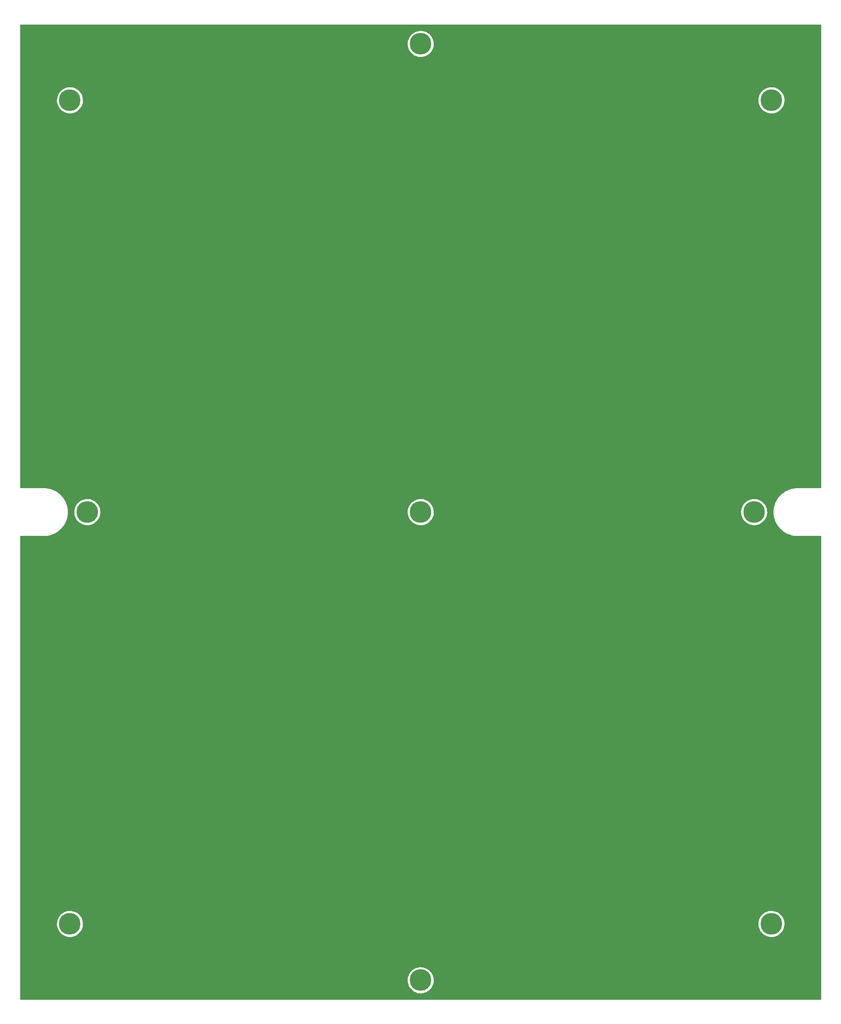
<source format=gbr>
%TF.GenerationSoftware,KiCad,Pcbnew,5.99.0-unknown-283d176cdc~117~ubuntu20.04.1*%
%TF.CreationDate,2021-02-27T15:30:38-06:00*%
%TF.ProjectId,FlatPanel4x4_tighter,466c6174-5061-46e6-956c-3478345f7469,rev?*%
%TF.SameCoordinates,Original*%
%TF.FileFunction,Copper,L1,Top*%
%TF.FilePolarity,Positive*%
%FSLAX46Y46*%
G04 Gerber Fmt 4.6, Leading zero omitted, Abs format (unit mm)*
G04 Created by KiCad (PCBNEW 5.99.0-unknown-283d176cdc~117~ubuntu20.04.1) date 2021-02-27 15:30:38*
%MOMM*%
%LPD*%
G01*
G04 APERTURE LIST*
%TA.AperFunction,ComponentPad*%
%ADD10C,2.900000*%
%TD*%
%TA.AperFunction,ConnectorPad*%
%ADD11C,5.000000*%
%TD*%
%TA.AperFunction,SMDPad,CuDef*%
%ADD12C,10.000000*%
%TD*%
%TA.AperFunction,NonConductor*%
%ADD13C,0.254000*%
%TD*%
G04 APERTURE END LIST*
D10*
%TO.P,H11,1,1*%
%TO.N,N/C*%
X93000000Y-113000000D03*
D11*
X93000000Y-113000000D03*
%TD*%
D10*
%TO.P,H10,1,1*%
%TO.N,N/C*%
X93000000Y-5000000D03*
D11*
X93000000Y-5000000D03*
%TD*%
D10*
%TO.P,H12,1,1*%
%TO.N,N/C*%
X170000000Y-113000000D03*
D11*
X170000000Y-113000000D03*
%TD*%
D10*
%TO.P,H4,1,1*%
%TO.N,N/C*%
X174000000Y-208000000D03*
D11*
X174000000Y-208000000D03*
%TD*%
D10*
%TO.P,H9,1,1*%
%TO.N,N/C*%
X93000000Y-221000000D03*
D11*
X93000000Y-221000000D03*
%TD*%
D10*
%TO.P,H2,1,1*%
%TO.N,N/C*%
X174000000Y-18000000D03*
D11*
X174000000Y-18000000D03*
%TD*%
%TO.P,H3,1,1*%
%TO.N,N/C*%
X12000000Y-208000000D03*
D10*
X12000000Y-208000000D03*
%TD*%
D11*
%TO.P,H1,1,1*%
%TO.N,N/C*%
X12000000Y-18000000D03*
D10*
X12000000Y-18000000D03*
%TD*%
D11*
%TO.P,H11,1,1*%
%TO.N,N/C*%
X16000000Y-113000000D03*
D10*
X16000000Y-113000000D03*
%TD*%
D12*
%TO.P,Feed1,2,Shield*%
%TO.N,GND*%
X90490000Y-69635000D03*
%TD*%
%TO.P,Feed3,2,Shield*%
%TO.N,GND*%
X24858296Y-179910000D03*
%TD*%
%TO.P,Feed4,2,Shield*%
%TO.N,GND*%
X100015000Y-179910000D03*
%TD*%
%TO.P,Feed2,2,Shield*%
%TO.N,GND*%
X160790000Y-69175000D03*
%TD*%
D13*
X185366000Y-107366000D02*
X180078879Y-107366000D01*
X180050366Y-107361890D01*
X180030966Y-107360609D01*
X179789573Y-107363338D01*
X179775764Y-107362443D01*
X179756321Y-107362686D01*
X179743268Y-107363861D01*
X179733432Y-107363972D01*
X179715586Y-107365446D01*
X179701596Y-107367611D01*
X179288234Y-107404814D01*
X179271315Y-107405239D01*
X179251974Y-107407224D01*
X179242629Y-107408920D01*
X179236450Y-107409476D01*
X179218770Y-107412345D01*
X179202246Y-107416249D01*
X178789557Y-107491140D01*
X178772740Y-107493080D01*
X178753655Y-107496791D01*
X178744505Y-107499316D01*
X178738390Y-107500426D01*
X178721040Y-107504868D01*
X178704923Y-107510241D01*
X178300619Y-107621821D01*
X178284045Y-107625260D01*
X178265370Y-107630666D01*
X178256479Y-107634003D01*
X178250489Y-107635656D01*
X178233609Y-107641634D01*
X178218039Y-107648429D01*
X177825355Y-107795806D01*
X177809165Y-107800714D01*
X177791049Y-107807773D01*
X177782503Y-107811888D01*
X177776677Y-107814075D01*
X177760399Y-107821544D01*
X177745500Y-107829709D01*
X177367613Y-108011689D01*
X177351922Y-108018031D01*
X177334513Y-108026685D01*
X177326366Y-108031553D01*
X177320767Y-108034249D01*
X177305223Y-108043147D01*
X177291120Y-108052611D01*
X176931062Y-108267735D01*
X176916004Y-108275457D01*
X176899440Y-108285637D01*
X176891763Y-108291215D01*
X176886425Y-108294404D01*
X176871742Y-108304660D01*
X176858550Y-108315345D01*
X176519228Y-108561878D01*
X176504913Y-108570925D01*
X176489331Y-108582547D01*
X176482181Y-108588794D01*
X176477150Y-108592449D01*
X176463447Y-108603978D01*
X176451259Y-108615810D01*
X176135401Y-108891767D01*
X176121966Y-108902052D01*
X176107488Y-108915024D01*
X176100928Y-108921885D01*
X176096241Y-108925980D01*
X176083631Y-108938686D01*
X176072546Y-108951570D01*
X175782709Y-109254715D01*
X175770241Y-109266172D01*
X175756983Y-109280392D01*
X175751067Y-109287811D01*
X175746766Y-109292309D01*
X175735341Y-109306101D01*
X175725471Y-109319906D01*
X175463955Y-109647835D01*
X175452571Y-109660355D01*
X175440638Y-109675709D01*
X175435406Y-109683635D01*
X175431536Y-109688488D01*
X175421392Y-109703249D01*
X175412794Y-109717892D01*
X175181739Y-110067926D01*
X175171514Y-110081428D01*
X175161007Y-110097789D01*
X175156513Y-110106141D01*
X175153084Y-110111335D01*
X175144304Y-110126947D01*
X175137051Y-110142308D01*
X174938304Y-110511638D01*
X174929332Y-110526001D01*
X174920335Y-110543236D01*
X174916603Y-110551967D01*
X174913658Y-110557440D01*
X174906314Y-110573773D01*
X174900468Y-110589717D01*
X174735630Y-110975375D01*
X174727977Y-110990493D01*
X174720561Y-111008464D01*
X174717627Y-111017492D01*
X174715185Y-111023207D01*
X174709335Y-111040132D01*
X174704943Y-111056533D01*
X174575335Y-111455426D01*
X174569071Y-111471161D01*
X174563295Y-111489729D01*
X174561184Y-111498981D01*
X174559263Y-111504891D01*
X174554952Y-111522276D01*
X174552048Y-111539004D01*
X174458715Y-111947920D01*
X174453890Y-111964142D01*
X174449802Y-111983147D01*
X174448528Y-111992550D01*
X174447143Y-111998619D01*
X174444410Y-112016314D01*
X174443017Y-112033232D01*
X174386714Y-112448877D01*
X174383364Y-112465461D01*
X174380996Y-112484755D01*
X174380570Y-112494240D01*
X174379735Y-112500404D01*
X174378599Y-112518271D01*
X174378728Y-112535251D01*
X174359910Y-112954264D01*
X174358059Y-112971087D01*
X174357430Y-112990519D01*
X174357856Y-112999999D01*
X174357577Y-113006206D01*
X174358047Y-113024109D01*
X174359697Y-113041006D01*
X174378515Y-113460014D01*
X174378180Y-113476942D01*
X174379295Y-113496348D01*
X174380570Y-113505761D01*
X174380849Y-113511972D01*
X174382922Y-113529757D01*
X174386079Y-113546430D01*
X174442381Y-113962074D01*
X174443564Y-113978958D01*
X174446416Y-113998193D01*
X174448528Y-114007444D01*
X174449361Y-114013597D01*
X174453020Y-114031133D01*
X174457665Y-114047476D01*
X174550992Y-114456369D01*
X174553685Y-114473089D01*
X174558249Y-114491988D01*
X174561182Y-114501016D01*
X174562566Y-114507078D01*
X174567782Y-114524211D01*
X174573871Y-114540066D01*
X174703480Y-114938966D01*
X174707658Y-114955365D01*
X174713895Y-114973775D01*
X174717627Y-114982506D01*
X174719549Y-114988422D01*
X174726278Y-115005012D01*
X174733755Y-115020241D01*
X174898608Y-115405934D01*
X174904241Y-115421897D01*
X174912105Y-115439674D01*
X174916602Y-115448031D01*
X174919047Y-115453751D01*
X174927236Y-115469673D01*
X174936060Y-115484190D01*
X175134803Y-115853518D01*
X175141851Y-115868926D01*
X175151280Y-115885932D01*
X175156508Y-115893852D01*
X175159451Y-115899321D01*
X175169040Y-115914453D01*
X175179117Y-115928102D01*
X175410182Y-116278151D01*
X175418576Y-116292855D01*
X175429488Y-116308945D01*
X175435412Y-116316374D01*
X175438835Y-116321559D01*
X175449736Y-116335763D01*
X175460996Y-116348455D01*
X175722518Y-116676392D01*
X175732191Y-116690276D01*
X175744501Y-116705322D01*
X175751067Y-116712190D01*
X175754940Y-116717046D01*
X175767070Y-116730217D01*
X175779439Y-116741864D01*
X176069281Y-117045016D01*
X176080164Y-117057982D01*
X176093776Y-117071866D01*
X176100920Y-117078108D01*
X176105220Y-117082605D01*
X176118486Y-117094638D01*
X176131838Y-117105120D01*
X176447701Y-117381083D01*
X176459700Y-117393019D01*
X176474497Y-117405624D01*
X176482188Y-117411212D01*
X176486865Y-117415298D01*
X176501147Y-117426087D01*
X176515385Y-117435331D01*
X176854719Y-117681871D01*
X176867739Y-117692683D01*
X176883610Y-117703913D01*
X176891754Y-117708779D01*
X176896789Y-117712437D01*
X176911989Y-117721907D01*
X176927006Y-117729841D01*
X177287050Y-117944957D01*
X177300996Y-117954565D01*
X177317810Y-117964327D01*
X177326365Y-117968447D01*
X177331701Y-117971635D01*
X177347689Y-117979704D01*
X177363343Y-117986254D01*
X177741244Y-118168242D01*
X177755987Y-118176557D01*
X177773608Y-118184773D01*
X177782497Y-118188109D01*
X177788095Y-118190805D01*
X177804743Y-118197409D01*
X177820924Y-118202530D01*
X178213610Y-118349908D01*
X178229040Y-118356868D01*
X178247327Y-118363472D01*
X178256492Y-118366002D01*
X178262305Y-118368183D01*
X178279472Y-118373267D01*
X178296056Y-118376920D01*
X178700354Y-118488498D01*
X178716356Y-118494051D01*
X178735168Y-118498990D01*
X178744512Y-118500685D01*
X178750492Y-118502336D01*
X178768051Y-118505862D01*
X178784886Y-118508013D01*
X179197575Y-118582903D01*
X179214006Y-118586998D01*
X179233180Y-118590230D01*
X179242637Y-118591081D01*
X179248753Y-118592191D01*
X179266558Y-118594129D01*
X179283537Y-118594762D01*
X179697124Y-118631986D01*
X179710788Y-118634272D01*
X179730154Y-118635991D01*
X179743269Y-118636139D01*
X179753055Y-118637020D01*
X179770963Y-118637353D01*
X179785076Y-118636611D01*
X180027688Y-118639354D01*
X180045563Y-118638283D01*
X180078086Y-118634000D01*
X185366000Y-118634000D01*
X185366000Y-225366000D01*
X634000Y-225366000D01*
X634000Y-220908642D01*
X89862030Y-220908642D01*
X89871112Y-221255461D01*
X89872326Y-221269917D01*
X89921210Y-221613394D01*
X89924077Y-221627613D01*
X90012115Y-221963196D01*
X90016598Y-221976993D01*
X90142624Y-222300232D01*
X90148663Y-222313421D01*
X90311006Y-222620033D01*
X90318520Y-222632441D01*
X90515028Y-222918362D01*
X90523919Y-222929824D01*
X90751988Y-223191264D01*
X90762137Y-223201628D01*
X91018743Y-223435122D01*
X91030017Y-223444252D01*
X91311760Y-223646705D01*
X91324008Y-223654477D01*
X91627153Y-223823206D01*
X91640213Y-223829520D01*
X91960742Y-223962287D01*
X91974441Y-223967057D01*
X92308106Y-224062104D01*
X92322263Y-224065269D01*
X92664641Y-224121336D01*
X92679068Y-224122852D01*
X93025622Y-224139195D01*
X93040127Y-224139043D01*
X93386262Y-224115446D01*
X93400654Y-224113628D01*
X93741783Y-224050403D01*
X93755870Y-224046943D01*
X94087471Y-223944929D01*
X94101067Y-223939872D01*
X94418745Y-223800421D01*
X94431670Y-223793836D01*
X94731215Y-223618796D01*
X94743298Y-223610768D01*
X95020740Y-223402459D01*
X95031820Y-223393096D01*
X95283480Y-223154280D01*
X95293410Y-223143706D01*
X95515953Y-222877547D01*
X95524602Y-222865901D01*
X95715080Y-222575927D01*
X95722333Y-222563364D01*
X95878219Y-222253419D01*
X95883980Y-222240106D01*
X96003208Y-221914298D01*
X96007401Y-221900411D01*
X96088392Y-221563059D01*
X96090960Y-221548783D01*
X96132641Y-221204357D01*
X96133492Y-221193176D01*
X96139438Y-221003957D01*
X96139291Y-220992747D01*
X96119320Y-220646384D01*
X96117653Y-220631974D01*
X96058004Y-220290202D01*
X96054691Y-220276079D01*
X95956155Y-219943427D01*
X95951241Y-219929778D01*
X95815124Y-219610657D01*
X95808675Y-219597664D01*
X95636782Y-219296302D01*
X95628881Y-219284136D01*
X95423489Y-219004529D01*
X95414242Y-218993352D01*
X95178073Y-218739205D01*
X95167604Y-218729165D01*
X94903790Y-218503846D01*
X94892235Y-218495075D01*
X94604272Y-218301572D01*
X94591786Y-218294188D01*
X94283491Y-218135065D01*
X94270239Y-218129165D01*
X93945697Y-218006531D01*
X93931855Y-218002193D01*
X93595370Y-217917673D01*
X93581120Y-217914955D01*
X93237149Y-217869671D01*
X93222682Y-217868609D01*
X92875787Y-217863159D01*
X92861294Y-217863766D01*
X92516071Y-217898224D01*
X92501743Y-217900493D01*
X92162768Y-217974402D01*
X92148796Y-217978303D01*
X91820563Y-218090682D01*
X91807133Y-218096163D01*
X91493991Y-218245524D01*
X91481279Y-218252513D01*
X91187380Y-218436875D01*
X91175555Y-218445278D01*
X90904794Y-218662199D01*
X90894014Y-218671905D01*
X90649979Y-218918509D01*
X90640386Y-218929391D01*
X90426313Y-219202409D01*
X90418034Y-219214320D01*
X90236759Y-219510133D01*
X90229904Y-219522918D01*
X90083831Y-219837607D01*
X90078491Y-219851094D01*
X89969555Y-220180486D01*
X89965801Y-220194498D01*
X89895446Y-220534228D01*
X89893327Y-220548578D01*
X89862486Y-220894143D01*
X89862030Y-220908642D01*
X634000Y-220908642D01*
X634000Y-207908642D01*
X8862030Y-207908642D01*
X8871112Y-208255461D01*
X8872326Y-208269917D01*
X8921210Y-208613394D01*
X8924077Y-208627613D01*
X9012115Y-208963196D01*
X9016598Y-208976993D01*
X9142624Y-209300232D01*
X9148663Y-209313421D01*
X9311006Y-209620033D01*
X9318520Y-209632441D01*
X9515028Y-209918362D01*
X9523919Y-209929824D01*
X9751988Y-210191264D01*
X9762137Y-210201628D01*
X10018743Y-210435122D01*
X10030017Y-210444252D01*
X10311760Y-210646705D01*
X10324008Y-210654477D01*
X10627153Y-210823206D01*
X10640213Y-210829520D01*
X10960742Y-210962287D01*
X10974441Y-210967057D01*
X11308106Y-211062104D01*
X11322263Y-211065269D01*
X11664641Y-211121336D01*
X11679068Y-211122852D01*
X12025622Y-211139195D01*
X12040127Y-211139043D01*
X12386262Y-211115446D01*
X12400654Y-211113628D01*
X12741783Y-211050403D01*
X12755870Y-211046943D01*
X13087471Y-210944929D01*
X13101067Y-210939872D01*
X13418745Y-210800421D01*
X13431670Y-210793836D01*
X13731215Y-210618796D01*
X13743298Y-210610768D01*
X14020740Y-210402459D01*
X14031820Y-210393096D01*
X14283480Y-210154280D01*
X14293410Y-210143706D01*
X14515953Y-209877547D01*
X14524602Y-209865901D01*
X14715080Y-209575927D01*
X14722333Y-209563364D01*
X14878219Y-209253419D01*
X14883980Y-209240106D01*
X15003208Y-208914298D01*
X15007401Y-208900411D01*
X15088392Y-208563059D01*
X15090960Y-208548783D01*
X15132641Y-208204357D01*
X15133492Y-208193176D01*
X15139438Y-208003957D01*
X15139291Y-207992747D01*
X15134442Y-207908642D01*
X170862030Y-207908642D01*
X170871112Y-208255461D01*
X170872326Y-208269917D01*
X170921210Y-208613394D01*
X170924077Y-208627613D01*
X171012115Y-208963196D01*
X171016598Y-208976993D01*
X171142624Y-209300232D01*
X171148663Y-209313421D01*
X171311006Y-209620033D01*
X171318520Y-209632441D01*
X171515028Y-209918362D01*
X171523919Y-209929824D01*
X171751988Y-210191264D01*
X171762137Y-210201628D01*
X172018743Y-210435122D01*
X172030017Y-210444252D01*
X172311760Y-210646705D01*
X172324008Y-210654477D01*
X172627153Y-210823206D01*
X172640213Y-210829520D01*
X172960742Y-210962287D01*
X172974441Y-210967057D01*
X173308106Y-211062104D01*
X173322263Y-211065269D01*
X173664641Y-211121336D01*
X173679068Y-211122852D01*
X174025622Y-211139195D01*
X174040127Y-211139043D01*
X174386262Y-211115446D01*
X174400654Y-211113628D01*
X174741783Y-211050403D01*
X174755870Y-211046943D01*
X175087471Y-210944929D01*
X175101067Y-210939872D01*
X175418745Y-210800421D01*
X175431670Y-210793836D01*
X175731215Y-210618796D01*
X175743298Y-210610768D01*
X176020740Y-210402459D01*
X176031820Y-210393096D01*
X176283480Y-210154280D01*
X176293410Y-210143706D01*
X176515953Y-209877547D01*
X176524602Y-209865901D01*
X176715080Y-209575927D01*
X176722333Y-209563364D01*
X176878219Y-209253419D01*
X176883980Y-209240106D01*
X177003208Y-208914298D01*
X177007401Y-208900411D01*
X177088392Y-208563059D01*
X177090960Y-208548783D01*
X177132641Y-208204357D01*
X177133492Y-208193176D01*
X177139438Y-208003957D01*
X177139291Y-207992747D01*
X177119320Y-207646384D01*
X177117653Y-207631974D01*
X177058004Y-207290202D01*
X177054691Y-207276079D01*
X176956155Y-206943427D01*
X176951241Y-206929778D01*
X176815124Y-206610657D01*
X176808675Y-206597664D01*
X176636782Y-206296302D01*
X176628881Y-206284136D01*
X176423489Y-206004529D01*
X176414242Y-205993352D01*
X176178073Y-205739205D01*
X176167604Y-205729165D01*
X175903790Y-205503846D01*
X175892235Y-205495075D01*
X175604272Y-205301572D01*
X175591786Y-205294188D01*
X175283491Y-205135065D01*
X175270239Y-205129165D01*
X174945697Y-205006531D01*
X174931855Y-205002193D01*
X174595370Y-204917673D01*
X174581120Y-204914955D01*
X174237149Y-204869671D01*
X174222682Y-204868609D01*
X173875787Y-204863159D01*
X173861294Y-204863766D01*
X173516071Y-204898224D01*
X173501743Y-204900493D01*
X173162768Y-204974402D01*
X173148796Y-204978303D01*
X172820563Y-205090682D01*
X172807133Y-205096163D01*
X172493991Y-205245524D01*
X172481279Y-205252513D01*
X172187380Y-205436875D01*
X172175555Y-205445278D01*
X171904794Y-205662199D01*
X171894014Y-205671905D01*
X171649979Y-205918509D01*
X171640386Y-205929391D01*
X171426313Y-206202409D01*
X171418034Y-206214320D01*
X171236759Y-206510133D01*
X171229904Y-206522918D01*
X171083831Y-206837607D01*
X171078491Y-206851094D01*
X170969555Y-207180486D01*
X170965801Y-207194498D01*
X170895446Y-207534228D01*
X170893327Y-207548578D01*
X170862486Y-207894143D01*
X170862030Y-207908642D01*
X15134442Y-207908642D01*
X15119320Y-207646384D01*
X15117653Y-207631974D01*
X15058004Y-207290202D01*
X15054691Y-207276079D01*
X14956155Y-206943427D01*
X14951241Y-206929778D01*
X14815124Y-206610657D01*
X14808675Y-206597664D01*
X14636782Y-206296302D01*
X14628881Y-206284136D01*
X14423489Y-206004529D01*
X14414242Y-205993352D01*
X14178073Y-205739205D01*
X14167604Y-205729165D01*
X13903790Y-205503846D01*
X13892235Y-205495075D01*
X13604272Y-205301572D01*
X13591786Y-205294188D01*
X13283491Y-205135065D01*
X13270239Y-205129165D01*
X12945697Y-205006531D01*
X12931855Y-205002193D01*
X12595370Y-204917673D01*
X12581120Y-204914955D01*
X12237149Y-204869671D01*
X12222682Y-204868609D01*
X11875787Y-204863159D01*
X11861294Y-204863766D01*
X11516071Y-204898224D01*
X11501743Y-204900493D01*
X11162768Y-204974402D01*
X11148796Y-204978303D01*
X10820563Y-205090682D01*
X10807133Y-205096163D01*
X10493991Y-205245524D01*
X10481279Y-205252513D01*
X10187380Y-205436875D01*
X10175555Y-205445278D01*
X9904794Y-205662199D01*
X9894014Y-205671905D01*
X9649979Y-205918509D01*
X9640386Y-205929391D01*
X9426313Y-206202409D01*
X9418034Y-206214320D01*
X9236759Y-206510133D01*
X9229904Y-206522918D01*
X9083831Y-206837607D01*
X9078491Y-206851094D01*
X8969555Y-207180486D01*
X8965801Y-207194498D01*
X8895446Y-207534228D01*
X8893327Y-207548578D01*
X8862486Y-207894143D01*
X8862030Y-207908642D01*
X634000Y-207908642D01*
X634000Y-179814513D01*
X23823800Y-179814513D01*
X23823800Y-180005487D01*
X23826553Y-180031684D01*
X23866259Y-180218484D01*
X23874399Y-180243536D01*
X23952075Y-180417999D01*
X23965246Y-180440811D01*
X24077497Y-180595312D01*
X24095123Y-180614887D01*
X24237044Y-180742673D01*
X24258354Y-180758156D01*
X24423742Y-180853643D01*
X24447806Y-180864357D01*
X24629433Y-180923371D01*
X24655199Y-180928848D01*
X24797554Y-180943810D01*
X24810724Y-180944500D01*
X24905868Y-180944500D01*
X24919038Y-180943810D01*
X25061393Y-180928848D01*
X25087159Y-180923371D01*
X25268786Y-180864357D01*
X25292850Y-180853643D01*
X25458238Y-180758156D01*
X25479548Y-180742673D01*
X25621469Y-180614887D01*
X25639095Y-180595312D01*
X25751346Y-180440811D01*
X25764517Y-180417999D01*
X25842193Y-180243536D01*
X25850333Y-180218484D01*
X25890039Y-180031684D01*
X25892792Y-180005487D01*
X25892792Y-179814513D01*
X98980504Y-179814513D01*
X98980504Y-180005487D01*
X98983257Y-180031684D01*
X99022963Y-180218484D01*
X99031103Y-180243536D01*
X99108779Y-180417999D01*
X99121950Y-180440811D01*
X99234201Y-180595312D01*
X99251827Y-180614887D01*
X99393748Y-180742673D01*
X99415058Y-180758156D01*
X99580446Y-180853643D01*
X99604510Y-180864357D01*
X99786137Y-180923371D01*
X99811903Y-180928848D01*
X99954258Y-180943810D01*
X99967428Y-180944500D01*
X100062572Y-180944500D01*
X100075742Y-180943810D01*
X100218097Y-180928848D01*
X100243863Y-180923371D01*
X100425490Y-180864357D01*
X100449554Y-180853643D01*
X100614942Y-180758156D01*
X100636252Y-180742673D01*
X100778173Y-180614887D01*
X100795799Y-180595312D01*
X100908050Y-180440811D01*
X100921221Y-180417999D01*
X100998897Y-180243536D01*
X101007037Y-180218484D01*
X101046743Y-180031684D01*
X101049496Y-180005487D01*
X101049496Y-179814513D01*
X101046743Y-179788316D01*
X101007037Y-179601516D01*
X100998897Y-179576464D01*
X100921221Y-179402001D01*
X100908050Y-179379189D01*
X100795799Y-179224688D01*
X100778173Y-179205113D01*
X100636252Y-179077327D01*
X100614942Y-179061844D01*
X100449554Y-178966357D01*
X100425490Y-178955643D01*
X100243863Y-178896629D01*
X100218097Y-178891152D01*
X100075742Y-178876190D01*
X100062572Y-178875500D01*
X99967428Y-178875500D01*
X99954258Y-178876190D01*
X99811903Y-178891152D01*
X99786137Y-178896629D01*
X99604510Y-178955643D01*
X99580446Y-178966357D01*
X99415058Y-179061844D01*
X99393748Y-179077327D01*
X99251827Y-179205113D01*
X99234201Y-179224688D01*
X99121950Y-179379189D01*
X99108779Y-179402001D01*
X99031103Y-179576464D01*
X99022963Y-179601516D01*
X98983257Y-179788316D01*
X98980504Y-179814513D01*
X25892792Y-179814513D01*
X25890039Y-179788316D01*
X25850333Y-179601516D01*
X25842193Y-179576464D01*
X25764517Y-179402001D01*
X25751346Y-179379189D01*
X25639095Y-179224688D01*
X25621469Y-179205113D01*
X25479548Y-179077327D01*
X25458238Y-179061844D01*
X25292850Y-178966357D01*
X25268786Y-178955643D01*
X25087159Y-178896629D01*
X25061393Y-178891152D01*
X24919038Y-178876190D01*
X24905868Y-178875500D01*
X24810724Y-178875500D01*
X24797554Y-178876190D01*
X24655199Y-178891152D01*
X24629433Y-178896629D01*
X24447806Y-178955643D01*
X24423742Y-178966357D01*
X24258354Y-179061844D01*
X24237044Y-179077327D01*
X24095123Y-179205113D01*
X24077497Y-179224688D01*
X23965246Y-179379189D01*
X23952075Y-179402001D01*
X23874399Y-179576464D01*
X23866259Y-179601516D01*
X23826553Y-179788316D01*
X23823800Y-179814513D01*
X634000Y-179814513D01*
X634000Y-118634000D01*
X5921121Y-118634000D01*
X5949634Y-118638110D01*
X5969034Y-118639391D01*
X6210427Y-118636662D01*
X6224236Y-118637557D01*
X6243679Y-118637314D01*
X6256732Y-118636139D01*
X6266568Y-118636028D01*
X6284414Y-118634554D01*
X6298405Y-118632389D01*
X6711768Y-118595185D01*
X6728679Y-118594761D01*
X6748026Y-118592776D01*
X6757371Y-118591080D01*
X6763550Y-118590524D01*
X6781230Y-118587655D01*
X6797754Y-118583751D01*
X7210434Y-118508861D01*
X7227257Y-118506921D01*
X7246342Y-118503210D01*
X7255494Y-118500684D01*
X7261612Y-118499574D01*
X7278961Y-118495132D01*
X7295086Y-118489756D01*
X7699380Y-118378179D01*
X7715955Y-118374740D01*
X7734630Y-118369334D01*
X7743521Y-118365997D01*
X7749511Y-118364344D01*
X7766389Y-118358367D01*
X7781963Y-118351570D01*
X8174628Y-118204200D01*
X8190838Y-118199286D01*
X8208948Y-118192229D01*
X8217507Y-118188108D01*
X8223327Y-118185923D01*
X8239599Y-118178457D01*
X8254501Y-118170291D01*
X8632360Y-117988323D01*
X8648077Y-117981971D01*
X8665488Y-117973315D01*
X8673643Y-117968442D01*
X8679232Y-117965751D01*
X8694780Y-117956851D01*
X8708870Y-117947395D01*
X9068935Y-117732268D01*
X9083997Y-117724543D01*
X9100560Y-117714363D01*
X9108237Y-117708785D01*
X9113575Y-117705596D01*
X9128258Y-117695340D01*
X9141450Y-117684655D01*
X9480772Y-117438122D01*
X9495087Y-117429075D01*
X9510669Y-117417453D01*
X9517819Y-117411206D01*
X9522850Y-117407551D01*
X9536553Y-117396022D01*
X9548741Y-117384190D01*
X9864588Y-117108243D01*
X9878036Y-117097948D01*
X9892516Y-117084973D01*
X9899075Y-117078113D01*
X9903755Y-117074024D01*
X9916371Y-117061312D01*
X9927448Y-117048437D01*
X10217292Y-116745284D01*
X10229759Y-116733828D01*
X10243017Y-116719608D01*
X10248933Y-116712189D01*
X10253234Y-116707691D01*
X10264659Y-116693899D01*
X10274538Y-116680082D01*
X10536035Y-116352176D01*
X10547431Y-116339643D01*
X10559362Y-116324291D01*
X10564594Y-116316365D01*
X10568464Y-116311512D01*
X10578609Y-116296750D01*
X10587211Y-116282100D01*
X10818261Y-115932073D01*
X10828485Y-115918573D01*
X10838993Y-115902211D01*
X10843487Y-115893859D01*
X10846916Y-115888665D01*
X10855694Y-115873057D01*
X10862950Y-115857692D01*
X11061697Y-115488359D01*
X11070667Y-115474000D01*
X11079665Y-115456765D01*
X11083395Y-115448038D01*
X11086343Y-115442560D01*
X11093685Y-115426230D01*
X11099526Y-115410299D01*
X11264373Y-115024618D01*
X11272023Y-115009507D01*
X11279440Y-114991534D01*
X11282377Y-114982493D01*
X11284813Y-114976795D01*
X11290664Y-114959869D01*
X11295054Y-114943480D01*
X11424665Y-114544576D01*
X11430930Y-114528837D01*
X11436705Y-114510271D01*
X11438816Y-114501019D01*
X11440737Y-114495109D01*
X11445048Y-114477724D01*
X11447952Y-114460996D01*
X11541285Y-114052080D01*
X11546110Y-114035858D01*
X11550198Y-114016853D01*
X11551472Y-114007450D01*
X11552857Y-114001381D01*
X11555590Y-113983686D01*
X11556983Y-113966768D01*
X11613286Y-113551123D01*
X11616636Y-113534539D01*
X11619004Y-113515245D01*
X11619430Y-113505760D01*
X11620265Y-113499596D01*
X11621401Y-113481729D01*
X11621272Y-113464749D01*
X11640090Y-113045736D01*
X11641941Y-113028913D01*
X11642570Y-113009481D01*
X11642144Y-113000000D01*
X11642423Y-112993794D01*
X11641953Y-112975891D01*
X11640303Y-112958994D01*
X11638042Y-112908642D01*
X12862030Y-112908642D01*
X12871112Y-113255461D01*
X12872326Y-113269917D01*
X12921210Y-113613394D01*
X12924077Y-113627613D01*
X13012115Y-113963196D01*
X13016598Y-113976993D01*
X13142624Y-114300232D01*
X13148663Y-114313421D01*
X13311006Y-114620033D01*
X13318520Y-114632441D01*
X13515028Y-114918362D01*
X13523919Y-114929824D01*
X13751988Y-115191264D01*
X13762137Y-115201628D01*
X14018743Y-115435122D01*
X14030017Y-115444252D01*
X14311760Y-115646705D01*
X14324008Y-115654477D01*
X14627153Y-115823206D01*
X14640213Y-115829520D01*
X14960742Y-115962287D01*
X14974441Y-115967057D01*
X15308106Y-116062104D01*
X15322263Y-116065269D01*
X15664641Y-116121336D01*
X15679068Y-116122852D01*
X16025622Y-116139195D01*
X16040127Y-116139043D01*
X16386262Y-116115446D01*
X16400654Y-116113628D01*
X16741783Y-116050403D01*
X16755870Y-116046943D01*
X17087471Y-115944929D01*
X17101067Y-115939872D01*
X17418745Y-115800421D01*
X17431670Y-115793836D01*
X17731215Y-115618796D01*
X17743298Y-115610768D01*
X18020740Y-115402459D01*
X18031820Y-115393096D01*
X18283480Y-115154280D01*
X18293410Y-115143706D01*
X18515953Y-114877547D01*
X18524602Y-114865901D01*
X18715080Y-114575927D01*
X18722333Y-114563364D01*
X18878219Y-114253419D01*
X18883980Y-114240106D01*
X19003208Y-113914298D01*
X19007401Y-113900411D01*
X19088392Y-113563059D01*
X19090960Y-113548783D01*
X19132641Y-113204357D01*
X19133492Y-113193176D01*
X19139438Y-113003957D01*
X19139291Y-112992747D01*
X19134442Y-112908642D01*
X89862030Y-112908642D01*
X89871112Y-113255461D01*
X89872326Y-113269917D01*
X89921210Y-113613394D01*
X89924077Y-113627613D01*
X90012115Y-113963196D01*
X90016598Y-113976993D01*
X90142624Y-114300232D01*
X90148663Y-114313421D01*
X90311006Y-114620033D01*
X90318520Y-114632441D01*
X90515028Y-114918362D01*
X90523919Y-114929824D01*
X90751988Y-115191264D01*
X90762137Y-115201628D01*
X91018743Y-115435122D01*
X91030017Y-115444252D01*
X91311760Y-115646705D01*
X91324008Y-115654477D01*
X91627153Y-115823206D01*
X91640213Y-115829520D01*
X91960742Y-115962287D01*
X91974441Y-115967057D01*
X92308106Y-116062104D01*
X92322263Y-116065269D01*
X92664641Y-116121336D01*
X92679068Y-116122852D01*
X93025622Y-116139195D01*
X93040127Y-116139043D01*
X93386262Y-116115446D01*
X93400654Y-116113628D01*
X93741783Y-116050403D01*
X93755870Y-116046943D01*
X94087471Y-115944929D01*
X94101067Y-115939872D01*
X94418745Y-115800421D01*
X94431670Y-115793836D01*
X94731215Y-115618796D01*
X94743298Y-115610768D01*
X95020740Y-115402459D01*
X95031820Y-115393096D01*
X95283480Y-115154280D01*
X95293410Y-115143706D01*
X95515953Y-114877547D01*
X95524602Y-114865901D01*
X95715080Y-114575927D01*
X95722333Y-114563364D01*
X95878219Y-114253419D01*
X95883980Y-114240106D01*
X96003208Y-113914298D01*
X96007401Y-113900411D01*
X96088392Y-113563059D01*
X96090960Y-113548783D01*
X96132641Y-113204357D01*
X96133492Y-113193176D01*
X96139438Y-113003957D01*
X96139291Y-112992747D01*
X96134442Y-112908642D01*
X166862030Y-112908642D01*
X166871112Y-113255461D01*
X166872326Y-113269917D01*
X166921210Y-113613394D01*
X166924077Y-113627613D01*
X167012115Y-113963196D01*
X167016598Y-113976993D01*
X167142624Y-114300232D01*
X167148663Y-114313421D01*
X167311006Y-114620033D01*
X167318520Y-114632441D01*
X167515028Y-114918362D01*
X167523919Y-114929824D01*
X167751988Y-115191264D01*
X167762137Y-115201628D01*
X168018743Y-115435122D01*
X168030017Y-115444252D01*
X168311760Y-115646705D01*
X168324008Y-115654477D01*
X168627153Y-115823206D01*
X168640213Y-115829520D01*
X168960742Y-115962287D01*
X168974441Y-115967057D01*
X169308106Y-116062104D01*
X169322263Y-116065269D01*
X169664641Y-116121336D01*
X169679068Y-116122852D01*
X170025622Y-116139195D01*
X170040127Y-116139043D01*
X170386262Y-116115446D01*
X170400654Y-116113628D01*
X170741783Y-116050403D01*
X170755870Y-116046943D01*
X171087471Y-115944929D01*
X171101067Y-115939872D01*
X171418745Y-115800421D01*
X171431670Y-115793836D01*
X171731215Y-115618796D01*
X171743298Y-115610768D01*
X172020740Y-115402459D01*
X172031820Y-115393096D01*
X172283480Y-115154280D01*
X172293410Y-115143706D01*
X172515953Y-114877547D01*
X172524602Y-114865901D01*
X172715080Y-114575927D01*
X172722333Y-114563364D01*
X172878219Y-114253419D01*
X172883980Y-114240106D01*
X173003208Y-113914298D01*
X173007401Y-113900411D01*
X173088392Y-113563059D01*
X173090960Y-113548783D01*
X173132641Y-113204357D01*
X173133492Y-113193176D01*
X173139438Y-113003957D01*
X173139291Y-112992747D01*
X173119320Y-112646384D01*
X173117653Y-112631974D01*
X173058004Y-112290202D01*
X173054691Y-112276079D01*
X172956155Y-111943427D01*
X172951241Y-111929778D01*
X172815124Y-111610657D01*
X172808675Y-111597664D01*
X172636782Y-111296302D01*
X172628881Y-111284136D01*
X172423489Y-111004529D01*
X172414242Y-110993352D01*
X172178073Y-110739205D01*
X172167604Y-110729165D01*
X171903790Y-110503846D01*
X171892235Y-110495075D01*
X171604272Y-110301572D01*
X171591786Y-110294188D01*
X171283491Y-110135065D01*
X171270239Y-110129165D01*
X170945697Y-110006531D01*
X170931855Y-110002193D01*
X170595370Y-109917673D01*
X170581120Y-109914955D01*
X170237149Y-109869671D01*
X170222682Y-109868609D01*
X169875787Y-109863159D01*
X169861294Y-109863766D01*
X169516071Y-109898224D01*
X169501743Y-109900493D01*
X169162768Y-109974402D01*
X169148796Y-109978303D01*
X168820563Y-110090682D01*
X168807133Y-110096163D01*
X168493991Y-110245524D01*
X168481279Y-110252513D01*
X168187380Y-110436875D01*
X168175555Y-110445278D01*
X167904794Y-110662199D01*
X167894014Y-110671905D01*
X167649979Y-110918509D01*
X167640386Y-110929391D01*
X167426313Y-111202409D01*
X167418034Y-111214320D01*
X167236759Y-111510133D01*
X167229904Y-111522918D01*
X167083831Y-111837607D01*
X167078491Y-111851094D01*
X166969555Y-112180486D01*
X166965801Y-112194498D01*
X166895446Y-112534228D01*
X166893327Y-112548578D01*
X166862486Y-112894143D01*
X166862030Y-112908642D01*
X96134442Y-112908642D01*
X96119320Y-112646384D01*
X96117653Y-112631974D01*
X96058004Y-112290202D01*
X96054691Y-112276079D01*
X95956155Y-111943427D01*
X95951241Y-111929778D01*
X95815124Y-111610657D01*
X95808675Y-111597664D01*
X95636782Y-111296302D01*
X95628881Y-111284136D01*
X95423489Y-111004529D01*
X95414242Y-110993352D01*
X95178073Y-110739205D01*
X95167604Y-110729165D01*
X94903790Y-110503846D01*
X94892235Y-110495075D01*
X94604272Y-110301572D01*
X94591786Y-110294188D01*
X94283491Y-110135065D01*
X94270239Y-110129165D01*
X93945697Y-110006531D01*
X93931855Y-110002193D01*
X93595370Y-109917673D01*
X93581120Y-109914955D01*
X93237149Y-109869671D01*
X93222682Y-109868609D01*
X92875787Y-109863159D01*
X92861294Y-109863766D01*
X92516071Y-109898224D01*
X92501743Y-109900493D01*
X92162768Y-109974402D01*
X92148796Y-109978303D01*
X91820563Y-110090682D01*
X91807133Y-110096163D01*
X91493991Y-110245524D01*
X91481279Y-110252513D01*
X91187380Y-110436875D01*
X91175555Y-110445278D01*
X90904794Y-110662199D01*
X90894014Y-110671905D01*
X90649979Y-110918509D01*
X90640386Y-110929391D01*
X90426313Y-111202409D01*
X90418034Y-111214320D01*
X90236759Y-111510133D01*
X90229904Y-111522918D01*
X90083831Y-111837607D01*
X90078491Y-111851094D01*
X89969555Y-112180486D01*
X89965801Y-112194498D01*
X89895446Y-112534228D01*
X89893327Y-112548578D01*
X89862486Y-112894143D01*
X89862030Y-112908642D01*
X19134442Y-112908642D01*
X19119320Y-112646384D01*
X19117653Y-112631974D01*
X19058004Y-112290202D01*
X19054691Y-112276079D01*
X18956155Y-111943427D01*
X18951241Y-111929778D01*
X18815124Y-111610657D01*
X18808675Y-111597664D01*
X18636782Y-111296302D01*
X18628881Y-111284136D01*
X18423489Y-111004529D01*
X18414242Y-110993352D01*
X18178073Y-110739205D01*
X18167604Y-110729165D01*
X17903790Y-110503846D01*
X17892235Y-110495075D01*
X17604272Y-110301572D01*
X17591786Y-110294188D01*
X17283491Y-110135065D01*
X17270239Y-110129165D01*
X16945697Y-110006531D01*
X16931855Y-110002193D01*
X16595370Y-109917673D01*
X16581120Y-109914955D01*
X16237149Y-109869671D01*
X16222682Y-109868609D01*
X15875787Y-109863159D01*
X15861294Y-109863766D01*
X15516071Y-109898224D01*
X15501743Y-109900493D01*
X15162768Y-109974402D01*
X15148796Y-109978303D01*
X14820563Y-110090682D01*
X14807133Y-110096163D01*
X14493991Y-110245524D01*
X14481279Y-110252513D01*
X14187380Y-110436875D01*
X14175555Y-110445278D01*
X13904794Y-110662199D01*
X13894014Y-110671905D01*
X13649979Y-110918509D01*
X13640386Y-110929391D01*
X13426313Y-111202409D01*
X13418034Y-111214320D01*
X13236759Y-111510133D01*
X13229904Y-111522918D01*
X13083831Y-111837607D01*
X13078491Y-111851094D01*
X12969555Y-112180486D01*
X12965801Y-112194498D01*
X12895446Y-112534228D01*
X12893327Y-112548578D01*
X12862486Y-112894143D01*
X12862030Y-112908642D01*
X11638042Y-112908642D01*
X11621485Y-112539986D01*
X11621820Y-112523058D01*
X11620705Y-112503652D01*
X11619430Y-112494239D01*
X11619151Y-112488028D01*
X11617078Y-112470243D01*
X11613921Y-112453570D01*
X11557619Y-112037926D01*
X11556436Y-112021042D01*
X11553585Y-112001810D01*
X11551474Y-111992559D01*
X11550639Y-111986398D01*
X11546980Y-111968868D01*
X11542338Y-111952533D01*
X11449007Y-111543627D01*
X11446315Y-111526913D01*
X11441750Y-111508009D01*
X11438815Y-111498978D01*
X11437434Y-111492925D01*
X11432219Y-111475791D01*
X11426130Y-111459935D01*
X11296526Y-111061055D01*
X11292343Y-111044637D01*
X11286104Y-111026224D01*
X11282370Y-111017487D01*
X11280450Y-111011579D01*
X11273720Y-110994986D01*
X11266241Y-110979754D01*
X11101396Y-110594081D01*
X11095760Y-110578107D01*
X11087896Y-110560327D01*
X11083393Y-110551959D01*
X11080952Y-110546248D01*
X11072762Y-110530325D01*
X11063945Y-110515820D01*
X10865193Y-110146475D01*
X10858147Y-110131072D01*
X10848721Y-110114070D01*
X10843491Y-110106147D01*
X10840547Y-110100676D01*
X10830960Y-110085547D01*
X10820874Y-110071884D01*
X10589818Y-109721848D01*
X10581422Y-109707142D01*
X10570508Y-109691052D01*
X10564597Y-109683640D01*
X10561168Y-109678445D01*
X10550266Y-109664239D01*
X10538993Y-109651532D01*
X10277481Y-109323608D01*
X10267811Y-109309727D01*
X10255500Y-109294679D01*
X10248933Y-109287811D01*
X10245061Y-109282955D01*
X10232929Y-109269783D01*
X10220572Y-109258147D01*
X9930724Y-108954990D01*
X9919836Y-108942017D01*
X9906224Y-108928133D01*
X9899075Y-108921887D01*
X9894782Y-108917397D01*
X9881514Y-108905362D01*
X9868161Y-108894879D01*
X9552305Y-108618924D01*
X9540300Y-108606981D01*
X9525503Y-108594376D01*
X9517812Y-108588788D01*
X9513135Y-108584702D01*
X9498853Y-108573913D01*
X9484615Y-108564669D01*
X9145281Y-108318129D01*
X9132261Y-108307317D01*
X9116390Y-108296087D01*
X9108246Y-108291221D01*
X9103211Y-108287563D01*
X9088011Y-108278093D01*
X9072994Y-108270159D01*
X8712946Y-108055040D01*
X8699005Y-108045436D01*
X8682190Y-108035673D01*
X8673635Y-108031553D01*
X8668299Y-108028365D01*
X8652311Y-108020296D01*
X8636657Y-108013746D01*
X8258758Y-107831758D01*
X8244010Y-107823441D01*
X8226390Y-107815227D01*
X8217506Y-107811893D01*
X8211906Y-107809196D01*
X8195257Y-107802591D01*
X8179071Y-107797468D01*
X7786386Y-107650090D01*
X7770957Y-107643131D01*
X7752673Y-107636528D01*
X7743508Y-107633998D01*
X7737695Y-107631817D01*
X7720528Y-107626733D01*
X7703944Y-107623080D01*
X7299646Y-107511502D01*
X7283644Y-107505949D01*
X7264832Y-107501010D01*
X7255488Y-107499315D01*
X7249508Y-107497664D01*
X7231949Y-107494138D01*
X7215114Y-107491987D01*
X6802425Y-107417097D01*
X6785994Y-107413002D01*
X6766820Y-107409770D01*
X6757363Y-107408919D01*
X6751247Y-107407809D01*
X6733442Y-107405871D01*
X6716463Y-107405238D01*
X6302876Y-107368014D01*
X6289212Y-107365728D01*
X6269846Y-107364009D01*
X6256731Y-107363861D01*
X6246945Y-107362980D01*
X6229037Y-107362647D01*
X6214924Y-107363389D01*
X5972312Y-107360646D01*
X5954437Y-107361717D01*
X5921914Y-107366000D01*
X634000Y-107366000D01*
X634000Y-69539513D01*
X89455504Y-69539513D01*
X89455504Y-69730487D01*
X89458257Y-69756684D01*
X89497963Y-69943484D01*
X89506103Y-69968536D01*
X89583779Y-70142999D01*
X89596950Y-70165811D01*
X89709201Y-70320312D01*
X89726827Y-70339887D01*
X89868748Y-70467673D01*
X89890058Y-70483156D01*
X90055446Y-70578643D01*
X90079510Y-70589357D01*
X90261137Y-70648371D01*
X90286903Y-70653848D01*
X90429258Y-70668810D01*
X90442428Y-70669500D01*
X90537572Y-70669500D01*
X90550742Y-70668810D01*
X90693097Y-70653848D01*
X90718863Y-70648371D01*
X90900490Y-70589357D01*
X90924554Y-70578643D01*
X91089942Y-70483156D01*
X91111252Y-70467673D01*
X91253173Y-70339887D01*
X91270799Y-70320312D01*
X91383050Y-70165811D01*
X91396221Y-70142999D01*
X91473897Y-69968536D01*
X91482037Y-69943484D01*
X91521743Y-69756684D01*
X91524496Y-69730487D01*
X91524496Y-69539513D01*
X91521743Y-69513316D01*
X91482037Y-69326516D01*
X91473897Y-69301464D01*
X91396221Y-69127001D01*
X91383050Y-69104189D01*
X91365122Y-69079513D01*
X159755504Y-69079513D01*
X159755504Y-69270487D01*
X159758257Y-69296684D01*
X159797963Y-69483484D01*
X159806103Y-69508536D01*
X159883779Y-69682999D01*
X159896950Y-69705811D01*
X160009201Y-69860312D01*
X160026827Y-69879887D01*
X160168748Y-70007673D01*
X160190058Y-70023156D01*
X160355446Y-70118643D01*
X160379510Y-70129357D01*
X160561137Y-70188371D01*
X160586903Y-70193848D01*
X160729258Y-70208810D01*
X160742428Y-70209500D01*
X160837572Y-70209500D01*
X160850742Y-70208810D01*
X160993097Y-70193848D01*
X161018863Y-70188371D01*
X161200490Y-70129357D01*
X161224554Y-70118643D01*
X161389942Y-70023156D01*
X161411252Y-70007673D01*
X161553173Y-69879887D01*
X161570799Y-69860312D01*
X161683050Y-69705811D01*
X161696221Y-69682999D01*
X161773897Y-69508536D01*
X161782037Y-69483484D01*
X161821743Y-69296684D01*
X161824496Y-69270487D01*
X161824496Y-69079513D01*
X161821743Y-69053316D01*
X161782037Y-68866516D01*
X161773897Y-68841464D01*
X161696221Y-68667001D01*
X161683050Y-68644189D01*
X161570799Y-68489688D01*
X161553173Y-68470113D01*
X161411252Y-68342327D01*
X161389942Y-68326844D01*
X161224554Y-68231357D01*
X161200490Y-68220643D01*
X161018863Y-68161629D01*
X160993097Y-68156152D01*
X160850742Y-68141190D01*
X160837572Y-68140500D01*
X160742428Y-68140500D01*
X160729258Y-68141190D01*
X160586903Y-68156152D01*
X160561137Y-68161629D01*
X160379510Y-68220643D01*
X160355446Y-68231357D01*
X160190058Y-68326844D01*
X160168748Y-68342327D01*
X160026827Y-68470113D01*
X160009201Y-68489688D01*
X159896950Y-68644189D01*
X159883779Y-68667001D01*
X159806103Y-68841464D01*
X159797963Y-68866516D01*
X159758257Y-69053316D01*
X159755504Y-69079513D01*
X91365122Y-69079513D01*
X91270799Y-68949688D01*
X91253173Y-68930113D01*
X91111252Y-68802327D01*
X91089942Y-68786844D01*
X90924554Y-68691357D01*
X90900490Y-68680643D01*
X90718863Y-68621629D01*
X90693097Y-68616152D01*
X90550742Y-68601190D01*
X90537572Y-68600500D01*
X90442428Y-68600500D01*
X90429258Y-68601190D01*
X90286903Y-68616152D01*
X90261137Y-68621629D01*
X90079510Y-68680643D01*
X90055446Y-68691357D01*
X89890058Y-68786844D01*
X89868748Y-68802327D01*
X89726827Y-68930113D01*
X89709201Y-68949688D01*
X89596950Y-69104189D01*
X89583779Y-69127001D01*
X89506103Y-69301464D01*
X89497963Y-69326516D01*
X89458257Y-69513316D01*
X89455504Y-69539513D01*
X634000Y-69539513D01*
X634000Y-17908642D01*
X8862030Y-17908642D01*
X8871112Y-18255461D01*
X8872326Y-18269917D01*
X8921210Y-18613394D01*
X8924077Y-18627613D01*
X9012115Y-18963196D01*
X9016598Y-18976993D01*
X9142624Y-19300232D01*
X9148663Y-19313421D01*
X9311006Y-19620033D01*
X9318520Y-19632441D01*
X9515028Y-19918362D01*
X9523919Y-19929824D01*
X9751988Y-20191264D01*
X9762137Y-20201628D01*
X10018743Y-20435122D01*
X10030017Y-20444252D01*
X10311760Y-20646705D01*
X10324008Y-20654477D01*
X10627153Y-20823206D01*
X10640213Y-20829520D01*
X10960742Y-20962287D01*
X10974441Y-20967057D01*
X11308106Y-21062104D01*
X11322263Y-21065269D01*
X11664641Y-21121336D01*
X11679068Y-21122852D01*
X12025622Y-21139195D01*
X12040127Y-21139043D01*
X12386262Y-21115446D01*
X12400654Y-21113628D01*
X12741783Y-21050403D01*
X12755870Y-21046943D01*
X13087471Y-20944929D01*
X13101067Y-20939872D01*
X13418745Y-20800421D01*
X13431670Y-20793836D01*
X13731215Y-20618796D01*
X13743298Y-20610768D01*
X14020740Y-20402459D01*
X14031820Y-20393096D01*
X14283480Y-20154280D01*
X14293410Y-20143706D01*
X14515953Y-19877547D01*
X14524602Y-19865901D01*
X14715080Y-19575927D01*
X14722333Y-19563364D01*
X14878219Y-19253419D01*
X14883980Y-19240106D01*
X15003208Y-18914298D01*
X15007401Y-18900411D01*
X15088392Y-18563059D01*
X15090960Y-18548783D01*
X15132641Y-18204357D01*
X15133492Y-18193176D01*
X15139438Y-18003957D01*
X15139291Y-17992747D01*
X15134442Y-17908642D01*
X170862030Y-17908642D01*
X170871112Y-18255461D01*
X170872326Y-18269917D01*
X170921210Y-18613394D01*
X170924077Y-18627613D01*
X171012115Y-18963196D01*
X171016598Y-18976993D01*
X171142624Y-19300232D01*
X171148663Y-19313421D01*
X171311006Y-19620033D01*
X171318520Y-19632441D01*
X171515028Y-19918362D01*
X171523919Y-19929824D01*
X171751988Y-20191264D01*
X171762137Y-20201628D01*
X172018743Y-20435122D01*
X172030017Y-20444252D01*
X172311760Y-20646705D01*
X172324008Y-20654477D01*
X172627153Y-20823206D01*
X172640213Y-20829520D01*
X172960742Y-20962287D01*
X172974441Y-20967057D01*
X173308106Y-21062104D01*
X173322263Y-21065269D01*
X173664641Y-21121336D01*
X173679068Y-21122852D01*
X174025622Y-21139195D01*
X174040127Y-21139043D01*
X174386262Y-21115446D01*
X174400654Y-21113628D01*
X174741783Y-21050403D01*
X174755870Y-21046943D01*
X175087471Y-20944929D01*
X175101067Y-20939872D01*
X175418745Y-20800421D01*
X175431670Y-20793836D01*
X175731215Y-20618796D01*
X175743298Y-20610768D01*
X176020740Y-20402459D01*
X176031820Y-20393096D01*
X176283480Y-20154280D01*
X176293410Y-20143706D01*
X176515953Y-19877547D01*
X176524602Y-19865901D01*
X176715080Y-19575927D01*
X176722333Y-19563364D01*
X176878219Y-19253419D01*
X176883980Y-19240106D01*
X177003208Y-18914298D01*
X177007401Y-18900411D01*
X177088392Y-18563059D01*
X177090960Y-18548783D01*
X177132641Y-18204357D01*
X177133492Y-18193176D01*
X177139438Y-18003957D01*
X177139291Y-17992747D01*
X177119320Y-17646384D01*
X177117653Y-17631974D01*
X177058004Y-17290202D01*
X177054691Y-17276079D01*
X176956155Y-16943427D01*
X176951241Y-16929778D01*
X176815124Y-16610657D01*
X176808675Y-16597664D01*
X176636782Y-16296302D01*
X176628881Y-16284136D01*
X176423489Y-16004529D01*
X176414242Y-15993352D01*
X176178073Y-15739205D01*
X176167604Y-15729165D01*
X175903790Y-15503846D01*
X175892235Y-15495075D01*
X175604272Y-15301572D01*
X175591786Y-15294188D01*
X175283491Y-15135065D01*
X175270239Y-15129165D01*
X174945697Y-15006531D01*
X174931855Y-15002193D01*
X174595370Y-14917673D01*
X174581120Y-14914955D01*
X174237149Y-14869671D01*
X174222682Y-14868609D01*
X173875787Y-14863159D01*
X173861294Y-14863766D01*
X173516071Y-14898224D01*
X173501743Y-14900493D01*
X173162768Y-14974402D01*
X173148796Y-14978303D01*
X172820563Y-15090682D01*
X172807133Y-15096163D01*
X172493991Y-15245524D01*
X172481279Y-15252513D01*
X172187380Y-15436875D01*
X172175555Y-15445278D01*
X171904794Y-15662199D01*
X171894014Y-15671905D01*
X171649979Y-15918509D01*
X171640386Y-15929391D01*
X171426313Y-16202409D01*
X171418034Y-16214320D01*
X171236759Y-16510133D01*
X171229904Y-16522918D01*
X171083831Y-16837607D01*
X171078491Y-16851094D01*
X170969555Y-17180486D01*
X170965801Y-17194498D01*
X170895446Y-17534228D01*
X170893327Y-17548578D01*
X170862486Y-17894143D01*
X170862030Y-17908642D01*
X15134442Y-17908642D01*
X15119320Y-17646384D01*
X15117653Y-17631974D01*
X15058004Y-17290202D01*
X15054691Y-17276079D01*
X14956155Y-16943427D01*
X14951241Y-16929778D01*
X14815124Y-16610657D01*
X14808675Y-16597664D01*
X14636782Y-16296302D01*
X14628881Y-16284136D01*
X14423489Y-16004529D01*
X14414242Y-15993352D01*
X14178073Y-15739205D01*
X14167604Y-15729165D01*
X13903790Y-15503846D01*
X13892235Y-15495075D01*
X13604272Y-15301572D01*
X13591786Y-15294188D01*
X13283491Y-15135065D01*
X13270239Y-15129165D01*
X12945697Y-15006531D01*
X12931855Y-15002193D01*
X12595370Y-14917673D01*
X12581120Y-14914955D01*
X12237149Y-14869671D01*
X12222682Y-14868609D01*
X11875787Y-14863159D01*
X11861294Y-14863766D01*
X11516071Y-14898224D01*
X11501743Y-14900493D01*
X11162768Y-14974402D01*
X11148796Y-14978303D01*
X10820563Y-15090682D01*
X10807133Y-15096163D01*
X10493991Y-15245524D01*
X10481279Y-15252513D01*
X10187380Y-15436875D01*
X10175555Y-15445278D01*
X9904794Y-15662199D01*
X9894014Y-15671905D01*
X9649979Y-15918509D01*
X9640386Y-15929391D01*
X9426313Y-16202409D01*
X9418034Y-16214320D01*
X9236759Y-16510133D01*
X9229904Y-16522918D01*
X9083831Y-16837607D01*
X9078491Y-16851094D01*
X8969555Y-17180486D01*
X8965801Y-17194498D01*
X8895446Y-17534228D01*
X8893327Y-17548578D01*
X8862486Y-17894143D01*
X8862030Y-17908642D01*
X634000Y-17908642D01*
X634000Y-4908642D01*
X89862030Y-4908642D01*
X89871112Y-5255461D01*
X89872326Y-5269917D01*
X89921210Y-5613394D01*
X89924077Y-5627613D01*
X90012115Y-5963196D01*
X90016598Y-5976993D01*
X90142624Y-6300232D01*
X90148663Y-6313421D01*
X90311006Y-6620033D01*
X90318520Y-6632441D01*
X90515028Y-6918362D01*
X90523919Y-6929824D01*
X90751988Y-7191264D01*
X90762137Y-7201628D01*
X91018743Y-7435122D01*
X91030017Y-7444252D01*
X91311760Y-7646705D01*
X91324008Y-7654477D01*
X91627153Y-7823206D01*
X91640213Y-7829520D01*
X91960742Y-7962287D01*
X91974441Y-7967057D01*
X92308106Y-8062104D01*
X92322263Y-8065269D01*
X92664641Y-8121336D01*
X92679068Y-8122852D01*
X93025622Y-8139195D01*
X93040127Y-8139043D01*
X93386262Y-8115446D01*
X93400654Y-8113628D01*
X93741783Y-8050403D01*
X93755870Y-8046943D01*
X94087471Y-7944929D01*
X94101067Y-7939872D01*
X94418745Y-7800421D01*
X94431670Y-7793836D01*
X94731215Y-7618796D01*
X94743298Y-7610768D01*
X95020740Y-7402459D01*
X95031820Y-7393096D01*
X95283480Y-7154280D01*
X95293410Y-7143706D01*
X95515953Y-6877547D01*
X95524602Y-6865901D01*
X95715080Y-6575927D01*
X95722333Y-6563364D01*
X95878219Y-6253419D01*
X95883980Y-6240106D01*
X96003208Y-5914298D01*
X96007401Y-5900411D01*
X96088392Y-5563059D01*
X96090960Y-5548783D01*
X96132641Y-5204357D01*
X96133492Y-5193176D01*
X96139438Y-5003957D01*
X96139291Y-4992747D01*
X96119320Y-4646384D01*
X96117653Y-4631974D01*
X96058004Y-4290202D01*
X96054691Y-4276079D01*
X95956155Y-3943427D01*
X95951241Y-3929778D01*
X95815124Y-3610657D01*
X95808675Y-3597664D01*
X95636782Y-3296302D01*
X95628881Y-3284136D01*
X95423489Y-3004529D01*
X95414242Y-2993352D01*
X95178073Y-2739205D01*
X95167604Y-2729165D01*
X94903790Y-2503846D01*
X94892235Y-2495075D01*
X94604272Y-2301572D01*
X94591786Y-2294188D01*
X94283491Y-2135065D01*
X94270239Y-2129165D01*
X93945697Y-2006531D01*
X93931855Y-2002193D01*
X93595370Y-1917673D01*
X93581120Y-1914955D01*
X93237149Y-1869671D01*
X93222682Y-1868609D01*
X92875787Y-1863159D01*
X92861294Y-1863766D01*
X92516071Y-1898224D01*
X92501743Y-1900493D01*
X92162768Y-1974402D01*
X92148796Y-1978303D01*
X91820563Y-2090682D01*
X91807133Y-2096163D01*
X91493991Y-2245524D01*
X91481279Y-2252513D01*
X91187380Y-2436875D01*
X91175555Y-2445278D01*
X90904794Y-2662199D01*
X90894014Y-2671905D01*
X90649979Y-2918509D01*
X90640386Y-2929391D01*
X90426313Y-3202409D01*
X90418034Y-3214320D01*
X90236759Y-3510133D01*
X90229904Y-3522918D01*
X90083831Y-3837607D01*
X90078491Y-3851094D01*
X89969555Y-4180486D01*
X89965801Y-4194498D01*
X89895446Y-4534228D01*
X89893327Y-4548578D01*
X89862486Y-4894143D01*
X89862030Y-4908642D01*
X634000Y-4908642D01*
X634000Y-634000D01*
X185366000Y-634000D01*
X185366000Y-107366000D01*
%TA.AperFunction,NonConductor*%
G36*
X185366000Y-107366000D02*
G01*
X180078879Y-107366000D01*
X180050366Y-107361890D01*
X180030966Y-107360609D01*
X179789573Y-107363338D01*
X179775764Y-107362443D01*
X179756321Y-107362686D01*
X179743268Y-107363861D01*
X179733432Y-107363972D01*
X179715586Y-107365446D01*
X179701596Y-107367611D01*
X179288234Y-107404814D01*
X179271315Y-107405239D01*
X179251974Y-107407224D01*
X179242629Y-107408920D01*
X179236450Y-107409476D01*
X179218770Y-107412345D01*
X179202246Y-107416249D01*
X178789557Y-107491140D01*
X178772740Y-107493080D01*
X178753655Y-107496791D01*
X178744505Y-107499316D01*
X178738390Y-107500426D01*
X178721040Y-107504868D01*
X178704923Y-107510241D01*
X178300619Y-107621821D01*
X178284045Y-107625260D01*
X178265370Y-107630666D01*
X178256479Y-107634003D01*
X178250489Y-107635656D01*
X178233609Y-107641634D01*
X178218039Y-107648429D01*
X177825355Y-107795806D01*
X177809165Y-107800714D01*
X177791049Y-107807773D01*
X177782503Y-107811888D01*
X177776677Y-107814075D01*
X177760399Y-107821544D01*
X177745500Y-107829709D01*
X177367613Y-108011689D01*
X177351922Y-108018031D01*
X177334513Y-108026685D01*
X177326366Y-108031553D01*
X177320767Y-108034249D01*
X177305223Y-108043147D01*
X177291120Y-108052611D01*
X176931062Y-108267735D01*
X176916004Y-108275457D01*
X176899440Y-108285637D01*
X176891763Y-108291215D01*
X176886425Y-108294404D01*
X176871742Y-108304660D01*
X176858550Y-108315345D01*
X176519228Y-108561878D01*
X176504913Y-108570925D01*
X176489331Y-108582547D01*
X176482181Y-108588794D01*
X176477150Y-108592449D01*
X176463447Y-108603978D01*
X176451259Y-108615810D01*
X176135401Y-108891767D01*
X176121966Y-108902052D01*
X176107488Y-108915024D01*
X176100928Y-108921885D01*
X176096241Y-108925980D01*
X176083631Y-108938686D01*
X176072546Y-108951570D01*
X175782709Y-109254715D01*
X175770241Y-109266172D01*
X175756983Y-109280392D01*
X175751067Y-109287811D01*
X175746766Y-109292309D01*
X175735341Y-109306101D01*
X175725471Y-109319906D01*
X175463955Y-109647835D01*
X175452571Y-109660355D01*
X175440638Y-109675709D01*
X175435406Y-109683635D01*
X175431536Y-109688488D01*
X175421392Y-109703249D01*
X175412794Y-109717892D01*
X175181739Y-110067926D01*
X175171514Y-110081428D01*
X175161007Y-110097789D01*
X175156513Y-110106141D01*
X175153084Y-110111335D01*
X175144304Y-110126947D01*
X175137051Y-110142308D01*
X174938304Y-110511638D01*
X174929332Y-110526001D01*
X174920335Y-110543236D01*
X174916603Y-110551967D01*
X174913658Y-110557440D01*
X174906314Y-110573773D01*
X174900468Y-110589717D01*
X174735630Y-110975375D01*
X174727977Y-110990493D01*
X174720561Y-111008464D01*
X174717627Y-111017492D01*
X174715185Y-111023207D01*
X174709335Y-111040132D01*
X174704943Y-111056533D01*
X174575335Y-111455426D01*
X174569071Y-111471161D01*
X174563295Y-111489729D01*
X174561184Y-111498981D01*
X174559263Y-111504891D01*
X174554952Y-111522276D01*
X174552048Y-111539004D01*
X174458715Y-111947920D01*
X174453890Y-111964142D01*
X174449802Y-111983147D01*
X174448528Y-111992550D01*
X174447143Y-111998619D01*
X174444410Y-112016314D01*
X174443017Y-112033232D01*
X174386714Y-112448877D01*
X174383364Y-112465461D01*
X174380996Y-112484755D01*
X174380570Y-112494240D01*
X174379735Y-112500404D01*
X174378599Y-112518271D01*
X174378728Y-112535251D01*
X174359910Y-112954264D01*
X174358059Y-112971087D01*
X174357430Y-112990519D01*
X174357856Y-112999999D01*
X174357577Y-113006206D01*
X174358047Y-113024109D01*
X174359697Y-113041006D01*
X174378515Y-113460014D01*
X174378180Y-113476942D01*
X174379295Y-113496348D01*
X174380570Y-113505761D01*
X174380849Y-113511972D01*
X174382922Y-113529757D01*
X174386079Y-113546430D01*
X174442381Y-113962074D01*
X174443564Y-113978958D01*
X174446416Y-113998193D01*
X174448528Y-114007444D01*
X174449361Y-114013597D01*
X174453020Y-114031133D01*
X174457665Y-114047476D01*
X174550992Y-114456369D01*
X174553685Y-114473089D01*
X174558249Y-114491988D01*
X174561182Y-114501016D01*
X174562566Y-114507078D01*
X174567782Y-114524211D01*
X174573871Y-114540066D01*
X174703480Y-114938966D01*
X174707658Y-114955365D01*
X174713895Y-114973775D01*
X174717627Y-114982506D01*
X174719549Y-114988422D01*
X174726278Y-115005012D01*
X174733755Y-115020241D01*
X174898608Y-115405934D01*
X174904241Y-115421897D01*
X174912105Y-115439674D01*
X174916602Y-115448031D01*
X174919047Y-115453751D01*
X174927236Y-115469673D01*
X174936060Y-115484190D01*
X175134803Y-115853518D01*
X175141851Y-115868926D01*
X175151280Y-115885932D01*
X175156508Y-115893852D01*
X175159451Y-115899321D01*
X175169040Y-115914453D01*
X175179117Y-115928102D01*
X175410182Y-116278151D01*
X175418576Y-116292855D01*
X175429488Y-116308945D01*
X175435412Y-116316374D01*
X175438835Y-116321559D01*
X175449736Y-116335763D01*
X175460996Y-116348455D01*
X175722518Y-116676392D01*
X175732191Y-116690276D01*
X175744501Y-116705322D01*
X175751067Y-116712190D01*
X175754940Y-116717046D01*
X175767070Y-116730217D01*
X175779439Y-116741864D01*
X176069281Y-117045016D01*
X176080164Y-117057982D01*
X176093776Y-117071866D01*
X176100920Y-117078108D01*
X176105220Y-117082605D01*
X176118486Y-117094638D01*
X176131838Y-117105120D01*
X176447701Y-117381083D01*
X176459700Y-117393019D01*
X176474497Y-117405624D01*
X176482188Y-117411212D01*
X176486865Y-117415298D01*
X176501147Y-117426087D01*
X176515385Y-117435331D01*
X176854719Y-117681871D01*
X176867739Y-117692683D01*
X176883610Y-117703913D01*
X176891754Y-117708779D01*
X176896789Y-117712437D01*
X176911989Y-117721907D01*
X176927006Y-117729841D01*
X177287050Y-117944957D01*
X177300996Y-117954565D01*
X177317810Y-117964327D01*
X177326365Y-117968447D01*
X177331701Y-117971635D01*
X177347689Y-117979704D01*
X177363343Y-117986254D01*
X177741244Y-118168242D01*
X177755987Y-118176557D01*
X177773608Y-118184773D01*
X177782497Y-118188109D01*
X177788095Y-118190805D01*
X177804743Y-118197409D01*
X177820924Y-118202530D01*
X178213610Y-118349908D01*
X178229040Y-118356868D01*
X178247327Y-118363472D01*
X178256492Y-118366002D01*
X178262305Y-118368183D01*
X178279472Y-118373267D01*
X178296056Y-118376920D01*
X178700354Y-118488498D01*
X178716356Y-118494051D01*
X178735168Y-118498990D01*
X178744512Y-118500685D01*
X178750492Y-118502336D01*
X178768051Y-118505862D01*
X178784886Y-118508013D01*
X179197575Y-118582903D01*
X179214006Y-118586998D01*
X179233180Y-118590230D01*
X179242637Y-118591081D01*
X179248753Y-118592191D01*
X179266558Y-118594129D01*
X179283537Y-118594762D01*
X179697124Y-118631986D01*
X179710788Y-118634272D01*
X179730154Y-118635991D01*
X179743269Y-118636139D01*
X179753055Y-118637020D01*
X179770963Y-118637353D01*
X179785076Y-118636611D01*
X180027688Y-118639354D01*
X180045563Y-118638283D01*
X180078086Y-118634000D01*
X185366000Y-118634000D01*
X185366000Y-225366000D01*
X634000Y-225366000D01*
X634000Y-220908642D01*
X89862030Y-220908642D01*
X89871112Y-221255461D01*
X89872326Y-221269917D01*
X89921210Y-221613394D01*
X89924077Y-221627613D01*
X90012115Y-221963196D01*
X90016598Y-221976993D01*
X90142624Y-222300232D01*
X90148663Y-222313421D01*
X90311006Y-222620033D01*
X90318520Y-222632441D01*
X90515028Y-222918362D01*
X90523919Y-222929824D01*
X90751988Y-223191264D01*
X90762137Y-223201628D01*
X91018743Y-223435122D01*
X91030017Y-223444252D01*
X91311760Y-223646705D01*
X91324008Y-223654477D01*
X91627153Y-223823206D01*
X91640213Y-223829520D01*
X91960742Y-223962287D01*
X91974441Y-223967057D01*
X92308106Y-224062104D01*
X92322263Y-224065269D01*
X92664641Y-224121336D01*
X92679068Y-224122852D01*
X93025622Y-224139195D01*
X93040127Y-224139043D01*
X93386262Y-224115446D01*
X93400654Y-224113628D01*
X93741783Y-224050403D01*
X93755870Y-224046943D01*
X94087471Y-223944929D01*
X94101067Y-223939872D01*
X94418745Y-223800421D01*
X94431670Y-223793836D01*
X94731215Y-223618796D01*
X94743298Y-223610768D01*
X95020740Y-223402459D01*
X95031820Y-223393096D01*
X95283480Y-223154280D01*
X95293410Y-223143706D01*
X95515953Y-222877547D01*
X95524602Y-222865901D01*
X95715080Y-222575927D01*
X95722333Y-222563364D01*
X95878219Y-222253419D01*
X95883980Y-222240106D01*
X96003208Y-221914298D01*
X96007401Y-221900411D01*
X96088392Y-221563059D01*
X96090960Y-221548783D01*
X96132641Y-221204357D01*
X96133492Y-221193176D01*
X96139438Y-221003957D01*
X96139291Y-220992747D01*
X96119320Y-220646384D01*
X96117653Y-220631974D01*
X96058004Y-220290202D01*
X96054691Y-220276079D01*
X95956155Y-219943427D01*
X95951241Y-219929778D01*
X95815124Y-219610657D01*
X95808675Y-219597664D01*
X95636782Y-219296302D01*
X95628881Y-219284136D01*
X95423489Y-219004529D01*
X95414242Y-218993352D01*
X95178073Y-218739205D01*
X95167604Y-218729165D01*
X94903790Y-218503846D01*
X94892235Y-218495075D01*
X94604272Y-218301572D01*
X94591786Y-218294188D01*
X94283491Y-218135065D01*
X94270239Y-218129165D01*
X93945697Y-218006531D01*
X93931855Y-218002193D01*
X93595370Y-217917673D01*
X93581120Y-217914955D01*
X93237149Y-217869671D01*
X93222682Y-217868609D01*
X92875787Y-217863159D01*
X92861294Y-217863766D01*
X92516071Y-217898224D01*
X92501743Y-217900493D01*
X92162768Y-217974402D01*
X92148796Y-217978303D01*
X91820563Y-218090682D01*
X91807133Y-218096163D01*
X91493991Y-218245524D01*
X91481279Y-218252513D01*
X91187380Y-218436875D01*
X91175555Y-218445278D01*
X90904794Y-218662199D01*
X90894014Y-218671905D01*
X90649979Y-218918509D01*
X90640386Y-218929391D01*
X90426313Y-219202409D01*
X90418034Y-219214320D01*
X90236759Y-219510133D01*
X90229904Y-219522918D01*
X90083831Y-219837607D01*
X90078491Y-219851094D01*
X89969555Y-220180486D01*
X89965801Y-220194498D01*
X89895446Y-220534228D01*
X89893327Y-220548578D01*
X89862486Y-220894143D01*
X89862030Y-220908642D01*
X634000Y-220908642D01*
X634000Y-207908642D01*
X8862030Y-207908642D01*
X8871112Y-208255461D01*
X8872326Y-208269917D01*
X8921210Y-208613394D01*
X8924077Y-208627613D01*
X9012115Y-208963196D01*
X9016598Y-208976993D01*
X9142624Y-209300232D01*
X9148663Y-209313421D01*
X9311006Y-209620033D01*
X9318520Y-209632441D01*
X9515028Y-209918362D01*
X9523919Y-209929824D01*
X9751988Y-210191264D01*
X9762137Y-210201628D01*
X10018743Y-210435122D01*
X10030017Y-210444252D01*
X10311760Y-210646705D01*
X10324008Y-210654477D01*
X10627153Y-210823206D01*
X10640213Y-210829520D01*
X10960742Y-210962287D01*
X10974441Y-210967057D01*
X11308106Y-211062104D01*
X11322263Y-211065269D01*
X11664641Y-211121336D01*
X11679068Y-211122852D01*
X12025622Y-211139195D01*
X12040127Y-211139043D01*
X12386262Y-211115446D01*
X12400654Y-211113628D01*
X12741783Y-211050403D01*
X12755870Y-211046943D01*
X13087471Y-210944929D01*
X13101067Y-210939872D01*
X13418745Y-210800421D01*
X13431670Y-210793836D01*
X13731215Y-210618796D01*
X13743298Y-210610768D01*
X14020740Y-210402459D01*
X14031820Y-210393096D01*
X14283480Y-210154280D01*
X14293410Y-210143706D01*
X14515953Y-209877547D01*
X14524602Y-209865901D01*
X14715080Y-209575927D01*
X14722333Y-209563364D01*
X14878219Y-209253419D01*
X14883980Y-209240106D01*
X15003208Y-208914298D01*
X15007401Y-208900411D01*
X15088392Y-208563059D01*
X15090960Y-208548783D01*
X15132641Y-208204357D01*
X15133492Y-208193176D01*
X15139438Y-208003957D01*
X15139291Y-207992747D01*
X15134442Y-207908642D01*
X170862030Y-207908642D01*
X170871112Y-208255461D01*
X170872326Y-208269917D01*
X170921210Y-208613394D01*
X170924077Y-208627613D01*
X171012115Y-208963196D01*
X171016598Y-208976993D01*
X171142624Y-209300232D01*
X171148663Y-209313421D01*
X171311006Y-209620033D01*
X171318520Y-209632441D01*
X171515028Y-209918362D01*
X171523919Y-209929824D01*
X171751988Y-210191264D01*
X171762137Y-210201628D01*
X172018743Y-210435122D01*
X172030017Y-210444252D01*
X172311760Y-210646705D01*
X172324008Y-210654477D01*
X172627153Y-210823206D01*
X172640213Y-210829520D01*
X172960742Y-210962287D01*
X172974441Y-210967057D01*
X173308106Y-211062104D01*
X173322263Y-211065269D01*
X173664641Y-211121336D01*
X173679068Y-211122852D01*
X174025622Y-211139195D01*
X174040127Y-211139043D01*
X174386262Y-211115446D01*
X174400654Y-211113628D01*
X174741783Y-211050403D01*
X174755870Y-211046943D01*
X175087471Y-210944929D01*
X175101067Y-210939872D01*
X175418745Y-210800421D01*
X175431670Y-210793836D01*
X175731215Y-210618796D01*
X175743298Y-210610768D01*
X176020740Y-210402459D01*
X176031820Y-210393096D01*
X176283480Y-210154280D01*
X176293410Y-210143706D01*
X176515953Y-209877547D01*
X176524602Y-209865901D01*
X176715080Y-209575927D01*
X176722333Y-209563364D01*
X176878219Y-209253419D01*
X176883980Y-209240106D01*
X177003208Y-208914298D01*
X177007401Y-208900411D01*
X177088392Y-208563059D01*
X177090960Y-208548783D01*
X177132641Y-208204357D01*
X177133492Y-208193176D01*
X177139438Y-208003957D01*
X177139291Y-207992747D01*
X177119320Y-207646384D01*
X177117653Y-207631974D01*
X177058004Y-207290202D01*
X177054691Y-207276079D01*
X176956155Y-206943427D01*
X176951241Y-206929778D01*
X176815124Y-206610657D01*
X176808675Y-206597664D01*
X176636782Y-206296302D01*
X176628881Y-206284136D01*
X176423489Y-206004529D01*
X176414242Y-205993352D01*
X176178073Y-205739205D01*
X176167604Y-205729165D01*
X175903790Y-205503846D01*
X175892235Y-205495075D01*
X175604272Y-205301572D01*
X175591786Y-205294188D01*
X175283491Y-205135065D01*
X175270239Y-205129165D01*
X174945697Y-205006531D01*
X174931855Y-205002193D01*
X174595370Y-204917673D01*
X174581120Y-204914955D01*
X174237149Y-204869671D01*
X174222682Y-204868609D01*
X173875787Y-204863159D01*
X173861294Y-204863766D01*
X173516071Y-204898224D01*
X173501743Y-204900493D01*
X173162768Y-204974402D01*
X173148796Y-204978303D01*
X172820563Y-205090682D01*
X172807133Y-205096163D01*
X172493991Y-205245524D01*
X172481279Y-205252513D01*
X172187380Y-205436875D01*
X172175555Y-205445278D01*
X171904794Y-205662199D01*
X171894014Y-205671905D01*
X171649979Y-205918509D01*
X171640386Y-205929391D01*
X171426313Y-206202409D01*
X171418034Y-206214320D01*
X171236759Y-206510133D01*
X171229904Y-206522918D01*
X171083831Y-206837607D01*
X171078491Y-206851094D01*
X170969555Y-207180486D01*
X170965801Y-207194498D01*
X170895446Y-207534228D01*
X170893327Y-207548578D01*
X170862486Y-207894143D01*
X170862030Y-207908642D01*
X15134442Y-207908642D01*
X15119320Y-207646384D01*
X15117653Y-207631974D01*
X15058004Y-207290202D01*
X15054691Y-207276079D01*
X14956155Y-206943427D01*
X14951241Y-206929778D01*
X14815124Y-206610657D01*
X14808675Y-206597664D01*
X14636782Y-206296302D01*
X14628881Y-206284136D01*
X14423489Y-206004529D01*
X14414242Y-205993352D01*
X14178073Y-205739205D01*
X14167604Y-205729165D01*
X13903790Y-205503846D01*
X13892235Y-205495075D01*
X13604272Y-205301572D01*
X13591786Y-205294188D01*
X13283491Y-205135065D01*
X13270239Y-205129165D01*
X12945697Y-205006531D01*
X12931855Y-205002193D01*
X12595370Y-204917673D01*
X12581120Y-204914955D01*
X12237149Y-204869671D01*
X12222682Y-204868609D01*
X11875787Y-204863159D01*
X11861294Y-204863766D01*
X11516071Y-204898224D01*
X11501743Y-204900493D01*
X11162768Y-204974402D01*
X11148796Y-204978303D01*
X10820563Y-205090682D01*
X10807133Y-205096163D01*
X10493991Y-205245524D01*
X10481279Y-205252513D01*
X10187380Y-205436875D01*
X10175555Y-205445278D01*
X9904794Y-205662199D01*
X9894014Y-205671905D01*
X9649979Y-205918509D01*
X9640386Y-205929391D01*
X9426313Y-206202409D01*
X9418034Y-206214320D01*
X9236759Y-206510133D01*
X9229904Y-206522918D01*
X9083831Y-206837607D01*
X9078491Y-206851094D01*
X8969555Y-207180486D01*
X8965801Y-207194498D01*
X8895446Y-207534228D01*
X8893327Y-207548578D01*
X8862486Y-207894143D01*
X8862030Y-207908642D01*
X634000Y-207908642D01*
X634000Y-179814513D01*
X23823800Y-179814513D01*
X23823800Y-180005487D01*
X23826553Y-180031684D01*
X23866259Y-180218484D01*
X23874399Y-180243536D01*
X23952075Y-180417999D01*
X23965246Y-180440811D01*
X24077497Y-180595312D01*
X24095123Y-180614887D01*
X24237044Y-180742673D01*
X24258354Y-180758156D01*
X24423742Y-180853643D01*
X24447806Y-180864357D01*
X24629433Y-180923371D01*
X24655199Y-180928848D01*
X24797554Y-180943810D01*
X24810724Y-180944500D01*
X24905868Y-180944500D01*
X24919038Y-180943810D01*
X25061393Y-180928848D01*
X25087159Y-180923371D01*
X25268786Y-180864357D01*
X25292850Y-180853643D01*
X25458238Y-180758156D01*
X25479548Y-180742673D01*
X25621469Y-180614887D01*
X25639095Y-180595312D01*
X25751346Y-180440811D01*
X25764517Y-180417999D01*
X25842193Y-180243536D01*
X25850333Y-180218484D01*
X25890039Y-180031684D01*
X25892792Y-180005487D01*
X25892792Y-179814513D01*
X98980504Y-179814513D01*
X98980504Y-180005487D01*
X98983257Y-180031684D01*
X99022963Y-180218484D01*
X99031103Y-180243536D01*
X99108779Y-180417999D01*
X99121950Y-180440811D01*
X99234201Y-180595312D01*
X99251827Y-180614887D01*
X99393748Y-180742673D01*
X99415058Y-180758156D01*
X99580446Y-180853643D01*
X99604510Y-180864357D01*
X99786137Y-180923371D01*
X99811903Y-180928848D01*
X99954258Y-180943810D01*
X99967428Y-180944500D01*
X100062572Y-180944500D01*
X100075742Y-180943810D01*
X100218097Y-180928848D01*
X100243863Y-180923371D01*
X100425490Y-180864357D01*
X100449554Y-180853643D01*
X100614942Y-180758156D01*
X100636252Y-180742673D01*
X100778173Y-180614887D01*
X100795799Y-180595312D01*
X100908050Y-180440811D01*
X100921221Y-180417999D01*
X100998897Y-180243536D01*
X101007037Y-180218484D01*
X101046743Y-180031684D01*
X101049496Y-180005487D01*
X101049496Y-179814513D01*
X101046743Y-179788316D01*
X101007037Y-179601516D01*
X100998897Y-179576464D01*
X100921221Y-179402001D01*
X100908050Y-179379189D01*
X100795799Y-179224688D01*
X100778173Y-179205113D01*
X100636252Y-179077327D01*
X100614942Y-179061844D01*
X100449554Y-178966357D01*
X100425490Y-178955643D01*
X100243863Y-178896629D01*
X100218097Y-178891152D01*
X100075742Y-178876190D01*
X100062572Y-178875500D01*
X99967428Y-178875500D01*
X99954258Y-178876190D01*
X99811903Y-178891152D01*
X99786137Y-178896629D01*
X99604510Y-178955643D01*
X99580446Y-178966357D01*
X99415058Y-179061844D01*
X99393748Y-179077327D01*
X99251827Y-179205113D01*
X99234201Y-179224688D01*
X99121950Y-179379189D01*
X99108779Y-179402001D01*
X99031103Y-179576464D01*
X99022963Y-179601516D01*
X98983257Y-179788316D01*
X98980504Y-179814513D01*
X25892792Y-179814513D01*
X25890039Y-179788316D01*
X25850333Y-179601516D01*
X25842193Y-179576464D01*
X25764517Y-179402001D01*
X25751346Y-179379189D01*
X25639095Y-179224688D01*
X25621469Y-179205113D01*
X25479548Y-179077327D01*
X25458238Y-179061844D01*
X25292850Y-178966357D01*
X25268786Y-178955643D01*
X25087159Y-178896629D01*
X25061393Y-178891152D01*
X24919038Y-178876190D01*
X24905868Y-178875500D01*
X24810724Y-178875500D01*
X24797554Y-178876190D01*
X24655199Y-178891152D01*
X24629433Y-178896629D01*
X24447806Y-178955643D01*
X24423742Y-178966357D01*
X24258354Y-179061844D01*
X24237044Y-179077327D01*
X24095123Y-179205113D01*
X24077497Y-179224688D01*
X23965246Y-179379189D01*
X23952075Y-179402001D01*
X23874399Y-179576464D01*
X23866259Y-179601516D01*
X23826553Y-179788316D01*
X23823800Y-179814513D01*
X634000Y-179814513D01*
X634000Y-118634000D01*
X5921121Y-118634000D01*
X5949634Y-118638110D01*
X5969034Y-118639391D01*
X6210427Y-118636662D01*
X6224236Y-118637557D01*
X6243679Y-118637314D01*
X6256732Y-118636139D01*
X6266568Y-118636028D01*
X6284414Y-118634554D01*
X6298405Y-118632389D01*
X6711768Y-118595185D01*
X6728679Y-118594761D01*
X6748026Y-118592776D01*
X6757371Y-118591080D01*
X6763550Y-118590524D01*
X6781230Y-118587655D01*
X6797754Y-118583751D01*
X7210434Y-118508861D01*
X7227257Y-118506921D01*
X7246342Y-118503210D01*
X7255494Y-118500684D01*
X7261612Y-118499574D01*
X7278961Y-118495132D01*
X7295086Y-118489756D01*
X7699380Y-118378179D01*
X7715955Y-118374740D01*
X7734630Y-118369334D01*
X7743521Y-118365997D01*
X7749511Y-118364344D01*
X7766389Y-118358367D01*
X7781963Y-118351570D01*
X8174628Y-118204200D01*
X8190838Y-118199286D01*
X8208948Y-118192229D01*
X8217507Y-118188108D01*
X8223327Y-118185923D01*
X8239599Y-118178457D01*
X8254501Y-118170291D01*
X8632360Y-117988323D01*
X8648077Y-117981971D01*
X8665488Y-117973315D01*
X8673643Y-117968442D01*
X8679232Y-117965751D01*
X8694780Y-117956851D01*
X8708870Y-117947395D01*
X9068935Y-117732268D01*
X9083997Y-117724543D01*
X9100560Y-117714363D01*
X9108237Y-117708785D01*
X9113575Y-117705596D01*
X9128258Y-117695340D01*
X9141450Y-117684655D01*
X9480772Y-117438122D01*
X9495087Y-117429075D01*
X9510669Y-117417453D01*
X9517819Y-117411206D01*
X9522850Y-117407551D01*
X9536553Y-117396022D01*
X9548741Y-117384190D01*
X9864588Y-117108243D01*
X9878036Y-117097948D01*
X9892516Y-117084973D01*
X9899075Y-117078113D01*
X9903755Y-117074024D01*
X9916371Y-117061312D01*
X9927448Y-117048437D01*
X10217292Y-116745284D01*
X10229759Y-116733828D01*
X10243017Y-116719608D01*
X10248933Y-116712189D01*
X10253234Y-116707691D01*
X10264659Y-116693899D01*
X10274538Y-116680082D01*
X10536035Y-116352176D01*
X10547431Y-116339643D01*
X10559362Y-116324291D01*
X10564594Y-116316365D01*
X10568464Y-116311512D01*
X10578609Y-116296750D01*
X10587211Y-116282100D01*
X10818261Y-115932073D01*
X10828485Y-115918573D01*
X10838993Y-115902211D01*
X10843487Y-115893859D01*
X10846916Y-115888665D01*
X10855694Y-115873057D01*
X10862950Y-115857692D01*
X11061697Y-115488359D01*
X11070667Y-115474000D01*
X11079665Y-115456765D01*
X11083395Y-115448038D01*
X11086343Y-115442560D01*
X11093685Y-115426230D01*
X11099526Y-115410299D01*
X11264373Y-115024618D01*
X11272023Y-115009507D01*
X11279440Y-114991534D01*
X11282377Y-114982493D01*
X11284813Y-114976795D01*
X11290664Y-114959869D01*
X11295054Y-114943480D01*
X11424665Y-114544576D01*
X11430930Y-114528837D01*
X11436705Y-114510271D01*
X11438816Y-114501019D01*
X11440737Y-114495109D01*
X11445048Y-114477724D01*
X11447952Y-114460996D01*
X11541285Y-114052080D01*
X11546110Y-114035858D01*
X11550198Y-114016853D01*
X11551472Y-114007450D01*
X11552857Y-114001381D01*
X11555590Y-113983686D01*
X11556983Y-113966768D01*
X11613286Y-113551123D01*
X11616636Y-113534539D01*
X11619004Y-113515245D01*
X11619430Y-113505760D01*
X11620265Y-113499596D01*
X11621401Y-113481729D01*
X11621272Y-113464749D01*
X11640090Y-113045736D01*
X11641941Y-113028913D01*
X11642570Y-113009481D01*
X11642144Y-113000000D01*
X11642423Y-112993794D01*
X11641953Y-112975891D01*
X11640303Y-112958994D01*
X11638042Y-112908642D01*
X12862030Y-112908642D01*
X12871112Y-113255461D01*
X12872326Y-113269917D01*
X12921210Y-113613394D01*
X12924077Y-113627613D01*
X13012115Y-113963196D01*
X13016598Y-113976993D01*
X13142624Y-114300232D01*
X13148663Y-114313421D01*
X13311006Y-114620033D01*
X13318520Y-114632441D01*
X13515028Y-114918362D01*
X13523919Y-114929824D01*
X13751988Y-115191264D01*
X13762137Y-115201628D01*
X14018743Y-115435122D01*
X14030017Y-115444252D01*
X14311760Y-115646705D01*
X14324008Y-115654477D01*
X14627153Y-115823206D01*
X14640213Y-115829520D01*
X14960742Y-115962287D01*
X14974441Y-115967057D01*
X15308106Y-116062104D01*
X15322263Y-116065269D01*
X15664641Y-116121336D01*
X15679068Y-116122852D01*
X16025622Y-116139195D01*
X16040127Y-116139043D01*
X16386262Y-116115446D01*
X16400654Y-116113628D01*
X16741783Y-116050403D01*
X16755870Y-116046943D01*
X17087471Y-115944929D01*
X17101067Y-115939872D01*
X17418745Y-115800421D01*
X17431670Y-115793836D01*
X17731215Y-115618796D01*
X17743298Y-115610768D01*
X18020740Y-115402459D01*
X18031820Y-115393096D01*
X18283480Y-115154280D01*
X18293410Y-115143706D01*
X18515953Y-114877547D01*
X18524602Y-114865901D01*
X18715080Y-114575927D01*
X18722333Y-114563364D01*
X18878219Y-114253419D01*
X18883980Y-114240106D01*
X19003208Y-113914298D01*
X19007401Y-113900411D01*
X19088392Y-113563059D01*
X19090960Y-113548783D01*
X19132641Y-113204357D01*
X19133492Y-113193176D01*
X19139438Y-113003957D01*
X19139291Y-112992747D01*
X19134442Y-112908642D01*
X89862030Y-112908642D01*
X89871112Y-113255461D01*
X89872326Y-113269917D01*
X89921210Y-113613394D01*
X89924077Y-113627613D01*
X90012115Y-113963196D01*
X90016598Y-113976993D01*
X90142624Y-114300232D01*
X90148663Y-114313421D01*
X90311006Y-114620033D01*
X90318520Y-114632441D01*
X90515028Y-114918362D01*
X90523919Y-114929824D01*
X90751988Y-115191264D01*
X90762137Y-115201628D01*
X91018743Y-115435122D01*
X91030017Y-115444252D01*
X91311760Y-115646705D01*
X91324008Y-115654477D01*
X91627153Y-115823206D01*
X91640213Y-115829520D01*
X91960742Y-115962287D01*
X91974441Y-115967057D01*
X92308106Y-116062104D01*
X92322263Y-116065269D01*
X92664641Y-116121336D01*
X92679068Y-116122852D01*
X93025622Y-116139195D01*
X93040127Y-116139043D01*
X93386262Y-116115446D01*
X93400654Y-116113628D01*
X93741783Y-116050403D01*
X93755870Y-116046943D01*
X94087471Y-115944929D01*
X94101067Y-115939872D01*
X94418745Y-115800421D01*
X94431670Y-115793836D01*
X94731215Y-115618796D01*
X94743298Y-115610768D01*
X95020740Y-115402459D01*
X95031820Y-115393096D01*
X95283480Y-115154280D01*
X95293410Y-115143706D01*
X95515953Y-114877547D01*
X95524602Y-114865901D01*
X95715080Y-114575927D01*
X95722333Y-114563364D01*
X95878219Y-114253419D01*
X95883980Y-114240106D01*
X96003208Y-113914298D01*
X96007401Y-113900411D01*
X96088392Y-113563059D01*
X96090960Y-113548783D01*
X96132641Y-113204357D01*
X96133492Y-113193176D01*
X96139438Y-113003957D01*
X96139291Y-112992747D01*
X96134442Y-112908642D01*
X166862030Y-112908642D01*
X166871112Y-113255461D01*
X166872326Y-113269917D01*
X166921210Y-113613394D01*
X166924077Y-113627613D01*
X167012115Y-113963196D01*
X167016598Y-113976993D01*
X167142624Y-114300232D01*
X167148663Y-114313421D01*
X167311006Y-114620033D01*
X167318520Y-114632441D01*
X167515028Y-114918362D01*
X167523919Y-114929824D01*
X167751988Y-115191264D01*
X167762137Y-115201628D01*
X168018743Y-115435122D01*
X168030017Y-115444252D01*
X168311760Y-115646705D01*
X168324008Y-115654477D01*
X168627153Y-115823206D01*
X168640213Y-115829520D01*
X168960742Y-115962287D01*
X168974441Y-115967057D01*
X169308106Y-116062104D01*
X169322263Y-116065269D01*
X169664641Y-116121336D01*
X169679068Y-116122852D01*
X170025622Y-116139195D01*
X170040127Y-116139043D01*
X170386262Y-116115446D01*
X170400654Y-116113628D01*
X170741783Y-116050403D01*
X170755870Y-116046943D01*
X171087471Y-115944929D01*
X171101067Y-115939872D01*
X171418745Y-115800421D01*
X171431670Y-115793836D01*
X171731215Y-115618796D01*
X171743298Y-115610768D01*
X172020740Y-115402459D01*
X172031820Y-115393096D01*
X172283480Y-115154280D01*
X172293410Y-115143706D01*
X172515953Y-114877547D01*
X172524602Y-114865901D01*
X172715080Y-114575927D01*
X172722333Y-114563364D01*
X172878219Y-114253419D01*
X172883980Y-114240106D01*
X173003208Y-113914298D01*
X173007401Y-113900411D01*
X173088392Y-113563059D01*
X173090960Y-113548783D01*
X173132641Y-113204357D01*
X173133492Y-113193176D01*
X173139438Y-113003957D01*
X173139291Y-112992747D01*
X173119320Y-112646384D01*
X173117653Y-112631974D01*
X173058004Y-112290202D01*
X173054691Y-112276079D01*
X172956155Y-111943427D01*
X172951241Y-111929778D01*
X172815124Y-111610657D01*
X172808675Y-111597664D01*
X172636782Y-111296302D01*
X172628881Y-111284136D01*
X172423489Y-111004529D01*
X172414242Y-110993352D01*
X172178073Y-110739205D01*
X172167604Y-110729165D01*
X171903790Y-110503846D01*
X171892235Y-110495075D01*
X171604272Y-110301572D01*
X171591786Y-110294188D01*
X171283491Y-110135065D01*
X171270239Y-110129165D01*
X170945697Y-110006531D01*
X170931855Y-110002193D01*
X170595370Y-109917673D01*
X170581120Y-109914955D01*
X170237149Y-109869671D01*
X170222682Y-109868609D01*
X169875787Y-109863159D01*
X169861294Y-109863766D01*
X169516071Y-109898224D01*
X169501743Y-109900493D01*
X169162768Y-109974402D01*
X169148796Y-109978303D01*
X168820563Y-110090682D01*
X168807133Y-110096163D01*
X168493991Y-110245524D01*
X168481279Y-110252513D01*
X168187380Y-110436875D01*
X168175555Y-110445278D01*
X167904794Y-110662199D01*
X167894014Y-110671905D01*
X167649979Y-110918509D01*
X167640386Y-110929391D01*
X167426313Y-111202409D01*
X167418034Y-111214320D01*
X167236759Y-111510133D01*
X167229904Y-111522918D01*
X167083831Y-111837607D01*
X167078491Y-111851094D01*
X166969555Y-112180486D01*
X166965801Y-112194498D01*
X166895446Y-112534228D01*
X166893327Y-112548578D01*
X166862486Y-112894143D01*
X166862030Y-112908642D01*
X96134442Y-112908642D01*
X96119320Y-112646384D01*
X96117653Y-112631974D01*
X96058004Y-112290202D01*
X96054691Y-112276079D01*
X95956155Y-111943427D01*
X95951241Y-111929778D01*
X95815124Y-111610657D01*
X95808675Y-111597664D01*
X95636782Y-111296302D01*
X95628881Y-111284136D01*
X95423489Y-111004529D01*
X95414242Y-110993352D01*
X95178073Y-110739205D01*
X95167604Y-110729165D01*
X94903790Y-110503846D01*
X94892235Y-110495075D01*
X94604272Y-110301572D01*
X94591786Y-110294188D01*
X94283491Y-110135065D01*
X94270239Y-110129165D01*
X93945697Y-110006531D01*
X93931855Y-110002193D01*
X93595370Y-109917673D01*
X93581120Y-109914955D01*
X93237149Y-109869671D01*
X93222682Y-109868609D01*
X92875787Y-109863159D01*
X92861294Y-109863766D01*
X92516071Y-109898224D01*
X92501743Y-109900493D01*
X92162768Y-109974402D01*
X92148796Y-109978303D01*
X91820563Y-110090682D01*
X91807133Y-110096163D01*
X91493991Y-110245524D01*
X91481279Y-110252513D01*
X91187380Y-110436875D01*
X91175555Y-110445278D01*
X90904794Y-110662199D01*
X90894014Y-110671905D01*
X90649979Y-110918509D01*
X90640386Y-110929391D01*
X90426313Y-111202409D01*
X90418034Y-111214320D01*
X90236759Y-111510133D01*
X90229904Y-111522918D01*
X90083831Y-111837607D01*
X90078491Y-111851094D01*
X89969555Y-112180486D01*
X89965801Y-112194498D01*
X89895446Y-112534228D01*
X89893327Y-112548578D01*
X89862486Y-112894143D01*
X89862030Y-112908642D01*
X19134442Y-112908642D01*
X19119320Y-112646384D01*
X19117653Y-112631974D01*
X19058004Y-112290202D01*
X19054691Y-112276079D01*
X18956155Y-111943427D01*
X18951241Y-111929778D01*
X18815124Y-111610657D01*
X18808675Y-111597664D01*
X18636782Y-111296302D01*
X18628881Y-111284136D01*
X18423489Y-111004529D01*
X18414242Y-110993352D01*
X18178073Y-110739205D01*
X18167604Y-110729165D01*
X17903790Y-110503846D01*
X17892235Y-110495075D01*
X17604272Y-110301572D01*
X17591786Y-110294188D01*
X17283491Y-110135065D01*
X17270239Y-110129165D01*
X16945697Y-110006531D01*
X16931855Y-110002193D01*
X16595370Y-109917673D01*
X16581120Y-109914955D01*
X16237149Y-109869671D01*
X16222682Y-109868609D01*
X15875787Y-109863159D01*
X15861294Y-109863766D01*
X15516071Y-109898224D01*
X15501743Y-109900493D01*
X15162768Y-109974402D01*
X15148796Y-109978303D01*
X14820563Y-110090682D01*
X14807133Y-110096163D01*
X14493991Y-110245524D01*
X14481279Y-110252513D01*
X14187380Y-110436875D01*
X14175555Y-110445278D01*
X13904794Y-110662199D01*
X13894014Y-110671905D01*
X13649979Y-110918509D01*
X13640386Y-110929391D01*
X13426313Y-111202409D01*
X13418034Y-111214320D01*
X13236759Y-111510133D01*
X13229904Y-111522918D01*
X13083831Y-111837607D01*
X13078491Y-111851094D01*
X12969555Y-112180486D01*
X12965801Y-112194498D01*
X12895446Y-112534228D01*
X12893327Y-112548578D01*
X12862486Y-112894143D01*
X12862030Y-112908642D01*
X11638042Y-112908642D01*
X11621485Y-112539986D01*
X11621820Y-112523058D01*
X11620705Y-112503652D01*
X11619430Y-112494239D01*
X11619151Y-112488028D01*
X11617078Y-112470243D01*
X11613921Y-112453570D01*
X11557619Y-112037926D01*
X11556436Y-112021042D01*
X11553585Y-112001810D01*
X11551474Y-111992559D01*
X11550639Y-111986398D01*
X11546980Y-111968868D01*
X11542338Y-111952533D01*
X11449007Y-111543627D01*
X11446315Y-111526913D01*
X11441750Y-111508009D01*
X11438815Y-111498978D01*
X11437434Y-111492925D01*
X11432219Y-111475791D01*
X11426130Y-111459935D01*
X11296526Y-111061055D01*
X11292343Y-111044637D01*
X11286104Y-111026224D01*
X11282370Y-111017487D01*
X11280450Y-111011579D01*
X11273720Y-110994986D01*
X11266241Y-110979754D01*
X11101396Y-110594081D01*
X11095760Y-110578107D01*
X11087896Y-110560327D01*
X11083393Y-110551959D01*
X11080952Y-110546248D01*
X11072762Y-110530325D01*
X11063945Y-110515820D01*
X10865193Y-110146475D01*
X10858147Y-110131072D01*
X10848721Y-110114070D01*
X10843491Y-110106147D01*
X10840547Y-110100676D01*
X10830960Y-110085547D01*
X10820874Y-110071884D01*
X10589818Y-109721848D01*
X10581422Y-109707142D01*
X10570508Y-109691052D01*
X10564597Y-109683640D01*
X10561168Y-109678445D01*
X10550266Y-109664239D01*
X10538993Y-109651532D01*
X10277481Y-109323608D01*
X10267811Y-109309727D01*
X10255500Y-109294679D01*
X10248933Y-109287811D01*
X10245061Y-109282955D01*
X10232929Y-109269783D01*
X10220572Y-109258147D01*
X9930724Y-108954990D01*
X9919836Y-108942017D01*
X9906224Y-108928133D01*
X9899075Y-108921887D01*
X9894782Y-108917397D01*
X9881514Y-108905362D01*
X9868161Y-108894879D01*
X9552305Y-108618924D01*
X9540300Y-108606981D01*
X9525503Y-108594376D01*
X9517812Y-108588788D01*
X9513135Y-108584702D01*
X9498853Y-108573913D01*
X9484615Y-108564669D01*
X9145281Y-108318129D01*
X9132261Y-108307317D01*
X9116390Y-108296087D01*
X9108246Y-108291221D01*
X9103211Y-108287563D01*
X9088011Y-108278093D01*
X9072994Y-108270159D01*
X8712946Y-108055040D01*
X8699005Y-108045436D01*
X8682190Y-108035673D01*
X8673635Y-108031553D01*
X8668299Y-108028365D01*
X8652311Y-108020296D01*
X8636657Y-108013746D01*
X8258758Y-107831758D01*
X8244010Y-107823441D01*
X8226390Y-107815227D01*
X8217506Y-107811893D01*
X8211906Y-107809196D01*
X8195257Y-107802591D01*
X8179071Y-107797468D01*
X7786386Y-107650090D01*
X7770957Y-107643131D01*
X7752673Y-107636528D01*
X7743508Y-107633998D01*
X7737695Y-107631817D01*
X7720528Y-107626733D01*
X7703944Y-107623080D01*
X7299646Y-107511502D01*
X7283644Y-107505949D01*
X7264832Y-107501010D01*
X7255488Y-107499315D01*
X7249508Y-107497664D01*
X7231949Y-107494138D01*
X7215114Y-107491987D01*
X6802425Y-107417097D01*
X6785994Y-107413002D01*
X6766820Y-107409770D01*
X6757363Y-107408919D01*
X6751247Y-107407809D01*
X6733442Y-107405871D01*
X6716463Y-107405238D01*
X6302876Y-107368014D01*
X6289212Y-107365728D01*
X6269846Y-107364009D01*
X6256731Y-107363861D01*
X6246945Y-107362980D01*
X6229037Y-107362647D01*
X6214924Y-107363389D01*
X5972312Y-107360646D01*
X5954437Y-107361717D01*
X5921914Y-107366000D01*
X634000Y-107366000D01*
X634000Y-69539513D01*
X89455504Y-69539513D01*
X89455504Y-69730487D01*
X89458257Y-69756684D01*
X89497963Y-69943484D01*
X89506103Y-69968536D01*
X89583779Y-70142999D01*
X89596950Y-70165811D01*
X89709201Y-70320312D01*
X89726827Y-70339887D01*
X89868748Y-70467673D01*
X89890058Y-70483156D01*
X90055446Y-70578643D01*
X90079510Y-70589357D01*
X90261137Y-70648371D01*
X90286903Y-70653848D01*
X90429258Y-70668810D01*
X90442428Y-70669500D01*
X90537572Y-70669500D01*
X90550742Y-70668810D01*
X90693097Y-70653848D01*
X90718863Y-70648371D01*
X90900490Y-70589357D01*
X90924554Y-70578643D01*
X91089942Y-70483156D01*
X91111252Y-70467673D01*
X91253173Y-70339887D01*
X91270799Y-70320312D01*
X91383050Y-70165811D01*
X91396221Y-70142999D01*
X91473897Y-69968536D01*
X91482037Y-69943484D01*
X91521743Y-69756684D01*
X91524496Y-69730487D01*
X91524496Y-69539513D01*
X91521743Y-69513316D01*
X91482037Y-69326516D01*
X91473897Y-69301464D01*
X91396221Y-69127001D01*
X91383050Y-69104189D01*
X91365122Y-69079513D01*
X159755504Y-69079513D01*
X159755504Y-69270487D01*
X159758257Y-69296684D01*
X159797963Y-69483484D01*
X159806103Y-69508536D01*
X159883779Y-69682999D01*
X159896950Y-69705811D01*
X160009201Y-69860312D01*
X160026827Y-69879887D01*
X160168748Y-70007673D01*
X160190058Y-70023156D01*
X160355446Y-70118643D01*
X160379510Y-70129357D01*
X160561137Y-70188371D01*
X160586903Y-70193848D01*
X160729258Y-70208810D01*
X160742428Y-70209500D01*
X160837572Y-70209500D01*
X160850742Y-70208810D01*
X160993097Y-70193848D01*
X161018863Y-70188371D01*
X161200490Y-70129357D01*
X161224554Y-70118643D01*
X161389942Y-70023156D01*
X161411252Y-70007673D01*
X161553173Y-69879887D01*
X161570799Y-69860312D01*
X161683050Y-69705811D01*
X161696221Y-69682999D01*
X161773897Y-69508536D01*
X161782037Y-69483484D01*
X161821743Y-69296684D01*
X161824496Y-69270487D01*
X161824496Y-69079513D01*
X161821743Y-69053316D01*
X161782037Y-68866516D01*
X161773897Y-68841464D01*
X161696221Y-68667001D01*
X161683050Y-68644189D01*
X161570799Y-68489688D01*
X161553173Y-68470113D01*
X161411252Y-68342327D01*
X161389942Y-68326844D01*
X161224554Y-68231357D01*
X161200490Y-68220643D01*
X161018863Y-68161629D01*
X160993097Y-68156152D01*
X160850742Y-68141190D01*
X160837572Y-68140500D01*
X160742428Y-68140500D01*
X160729258Y-68141190D01*
X160586903Y-68156152D01*
X160561137Y-68161629D01*
X160379510Y-68220643D01*
X160355446Y-68231357D01*
X160190058Y-68326844D01*
X160168748Y-68342327D01*
X160026827Y-68470113D01*
X160009201Y-68489688D01*
X159896950Y-68644189D01*
X159883779Y-68667001D01*
X159806103Y-68841464D01*
X159797963Y-68866516D01*
X159758257Y-69053316D01*
X159755504Y-69079513D01*
X91365122Y-69079513D01*
X91270799Y-68949688D01*
X91253173Y-68930113D01*
X91111252Y-68802327D01*
X91089942Y-68786844D01*
X90924554Y-68691357D01*
X90900490Y-68680643D01*
X90718863Y-68621629D01*
X90693097Y-68616152D01*
X90550742Y-68601190D01*
X90537572Y-68600500D01*
X90442428Y-68600500D01*
X90429258Y-68601190D01*
X90286903Y-68616152D01*
X90261137Y-68621629D01*
X90079510Y-68680643D01*
X90055446Y-68691357D01*
X89890058Y-68786844D01*
X89868748Y-68802327D01*
X89726827Y-68930113D01*
X89709201Y-68949688D01*
X89596950Y-69104189D01*
X89583779Y-69127001D01*
X89506103Y-69301464D01*
X89497963Y-69326516D01*
X89458257Y-69513316D01*
X89455504Y-69539513D01*
X634000Y-69539513D01*
X634000Y-17908642D01*
X8862030Y-17908642D01*
X8871112Y-18255461D01*
X8872326Y-18269917D01*
X8921210Y-18613394D01*
X8924077Y-18627613D01*
X9012115Y-18963196D01*
X9016598Y-18976993D01*
X9142624Y-19300232D01*
X9148663Y-19313421D01*
X9311006Y-19620033D01*
X9318520Y-19632441D01*
X9515028Y-19918362D01*
X9523919Y-19929824D01*
X9751988Y-20191264D01*
X9762137Y-20201628D01*
X10018743Y-20435122D01*
X10030017Y-20444252D01*
X10311760Y-20646705D01*
X10324008Y-20654477D01*
X10627153Y-20823206D01*
X10640213Y-20829520D01*
X10960742Y-20962287D01*
X10974441Y-20967057D01*
X11308106Y-21062104D01*
X11322263Y-21065269D01*
X11664641Y-21121336D01*
X11679068Y-21122852D01*
X12025622Y-21139195D01*
X12040127Y-21139043D01*
X12386262Y-21115446D01*
X12400654Y-21113628D01*
X12741783Y-21050403D01*
X12755870Y-21046943D01*
X13087471Y-20944929D01*
X13101067Y-20939872D01*
X13418745Y-20800421D01*
X13431670Y-20793836D01*
X13731215Y-20618796D01*
X13743298Y-20610768D01*
X14020740Y-20402459D01*
X14031820Y-20393096D01*
X14283480Y-20154280D01*
X14293410Y-20143706D01*
X14515953Y-19877547D01*
X14524602Y-19865901D01*
X14715080Y-19575927D01*
X14722333Y-19563364D01*
X14878219Y-19253419D01*
X14883980Y-19240106D01*
X15003208Y-18914298D01*
X15007401Y-18900411D01*
X15088392Y-18563059D01*
X15090960Y-18548783D01*
X15132641Y-18204357D01*
X15133492Y-18193176D01*
X15139438Y-18003957D01*
X15139291Y-17992747D01*
X15134442Y-17908642D01*
X170862030Y-17908642D01*
X170871112Y-18255461D01*
X170872326Y-18269917D01*
X170921210Y-18613394D01*
X170924077Y-18627613D01*
X171012115Y-18963196D01*
X171016598Y-18976993D01*
X171142624Y-19300232D01*
X171148663Y-19313421D01*
X171311006Y-19620033D01*
X171318520Y-19632441D01*
X171515028Y-19918362D01*
X171523919Y-19929824D01*
X171751988Y-20191264D01*
X171762137Y-20201628D01*
X172018743Y-20435122D01*
X172030017Y-20444252D01*
X172311760Y-20646705D01*
X172324008Y-20654477D01*
X172627153Y-20823206D01*
X172640213Y-20829520D01*
X172960742Y-20962287D01*
X172974441Y-20967057D01*
X173308106Y-21062104D01*
X173322263Y-21065269D01*
X173664641Y-21121336D01*
X173679068Y-21122852D01*
X174025622Y-21139195D01*
X174040127Y-21139043D01*
X174386262Y-21115446D01*
X174400654Y-21113628D01*
X174741783Y-21050403D01*
X174755870Y-21046943D01*
X175087471Y-20944929D01*
X175101067Y-20939872D01*
X175418745Y-20800421D01*
X175431670Y-20793836D01*
X175731215Y-20618796D01*
X175743298Y-20610768D01*
X176020740Y-20402459D01*
X176031820Y-20393096D01*
X176283480Y-20154280D01*
X176293410Y-20143706D01*
X176515953Y-19877547D01*
X176524602Y-19865901D01*
X176715080Y-19575927D01*
X176722333Y-19563364D01*
X176878219Y-19253419D01*
X176883980Y-19240106D01*
X177003208Y-18914298D01*
X177007401Y-18900411D01*
X177088392Y-18563059D01*
X177090960Y-18548783D01*
X177132641Y-18204357D01*
X177133492Y-18193176D01*
X177139438Y-18003957D01*
X177139291Y-17992747D01*
X177119320Y-17646384D01*
X177117653Y-17631974D01*
X177058004Y-17290202D01*
X177054691Y-17276079D01*
X176956155Y-16943427D01*
X176951241Y-16929778D01*
X176815124Y-16610657D01*
X176808675Y-16597664D01*
X176636782Y-16296302D01*
X176628881Y-16284136D01*
X176423489Y-16004529D01*
X176414242Y-15993352D01*
X176178073Y-15739205D01*
X176167604Y-15729165D01*
X175903790Y-15503846D01*
X175892235Y-15495075D01*
X175604272Y-15301572D01*
X175591786Y-15294188D01*
X175283491Y-15135065D01*
X175270239Y-15129165D01*
X174945697Y-15006531D01*
X174931855Y-15002193D01*
X174595370Y-14917673D01*
X174581120Y-14914955D01*
X174237149Y-14869671D01*
X174222682Y-14868609D01*
X173875787Y-14863159D01*
X173861294Y-14863766D01*
X173516071Y-14898224D01*
X173501743Y-14900493D01*
X173162768Y-14974402D01*
X173148796Y-14978303D01*
X172820563Y-15090682D01*
X172807133Y-15096163D01*
X172493991Y-15245524D01*
X172481279Y-15252513D01*
X172187380Y-15436875D01*
X172175555Y-15445278D01*
X171904794Y-15662199D01*
X171894014Y-15671905D01*
X171649979Y-15918509D01*
X171640386Y-15929391D01*
X171426313Y-16202409D01*
X171418034Y-16214320D01*
X171236759Y-16510133D01*
X171229904Y-16522918D01*
X171083831Y-16837607D01*
X171078491Y-16851094D01*
X170969555Y-17180486D01*
X170965801Y-17194498D01*
X170895446Y-17534228D01*
X170893327Y-17548578D01*
X170862486Y-17894143D01*
X170862030Y-17908642D01*
X15134442Y-17908642D01*
X15119320Y-17646384D01*
X15117653Y-17631974D01*
X15058004Y-17290202D01*
X15054691Y-17276079D01*
X14956155Y-16943427D01*
X14951241Y-16929778D01*
X14815124Y-16610657D01*
X14808675Y-16597664D01*
X14636782Y-16296302D01*
X14628881Y-16284136D01*
X14423489Y-16004529D01*
X14414242Y-15993352D01*
X14178073Y-15739205D01*
X14167604Y-15729165D01*
X13903790Y-15503846D01*
X13892235Y-15495075D01*
X13604272Y-15301572D01*
X13591786Y-15294188D01*
X13283491Y-15135065D01*
X13270239Y-15129165D01*
X12945697Y-15006531D01*
X12931855Y-15002193D01*
X12595370Y-14917673D01*
X12581120Y-14914955D01*
X12237149Y-14869671D01*
X12222682Y-14868609D01*
X11875787Y-14863159D01*
X11861294Y-14863766D01*
X11516071Y-14898224D01*
X11501743Y-14900493D01*
X11162768Y-14974402D01*
X11148796Y-14978303D01*
X10820563Y-15090682D01*
X10807133Y-15096163D01*
X10493991Y-15245524D01*
X10481279Y-15252513D01*
X10187380Y-15436875D01*
X10175555Y-15445278D01*
X9904794Y-15662199D01*
X9894014Y-15671905D01*
X9649979Y-15918509D01*
X9640386Y-15929391D01*
X9426313Y-16202409D01*
X9418034Y-16214320D01*
X9236759Y-16510133D01*
X9229904Y-16522918D01*
X9083831Y-16837607D01*
X9078491Y-16851094D01*
X8969555Y-17180486D01*
X8965801Y-17194498D01*
X8895446Y-17534228D01*
X8893327Y-17548578D01*
X8862486Y-17894143D01*
X8862030Y-17908642D01*
X634000Y-17908642D01*
X634000Y-4908642D01*
X89862030Y-4908642D01*
X89871112Y-5255461D01*
X89872326Y-5269917D01*
X89921210Y-5613394D01*
X89924077Y-5627613D01*
X90012115Y-5963196D01*
X90016598Y-5976993D01*
X90142624Y-6300232D01*
X90148663Y-6313421D01*
X90311006Y-6620033D01*
X90318520Y-6632441D01*
X90515028Y-6918362D01*
X90523919Y-6929824D01*
X90751988Y-7191264D01*
X90762137Y-7201628D01*
X91018743Y-7435122D01*
X91030017Y-7444252D01*
X91311760Y-7646705D01*
X91324008Y-7654477D01*
X91627153Y-7823206D01*
X91640213Y-7829520D01*
X91960742Y-7962287D01*
X91974441Y-7967057D01*
X92308106Y-8062104D01*
X92322263Y-8065269D01*
X92664641Y-8121336D01*
X92679068Y-8122852D01*
X93025622Y-8139195D01*
X93040127Y-8139043D01*
X93386262Y-8115446D01*
X93400654Y-8113628D01*
X93741783Y-8050403D01*
X93755870Y-8046943D01*
X94087471Y-7944929D01*
X94101067Y-7939872D01*
X94418745Y-7800421D01*
X94431670Y-7793836D01*
X94731215Y-7618796D01*
X94743298Y-7610768D01*
X95020740Y-7402459D01*
X95031820Y-7393096D01*
X95283480Y-7154280D01*
X95293410Y-7143706D01*
X95515953Y-6877547D01*
X95524602Y-6865901D01*
X95715080Y-6575927D01*
X95722333Y-6563364D01*
X95878219Y-6253419D01*
X95883980Y-6240106D01*
X96003208Y-5914298D01*
X96007401Y-5900411D01*
X96088392Y-5563059D01*
X96090960Y-5548783D01*
X96132641Y-5204357D01*
X96133492Y-5193176D01*
X96139438Y-5003957D01*
X96139291Y-4992747D01*
X96119320Y-4646384D01*
X96117653Y-4631974D01*
X96058004Y-4290202D01*
X96054691Y-4276079D01*
X95956155Y-3943427D01*
X95951241Y-3929778D01*
X95815124Y-3610657D01*
X95808675Y-3597664D01*
X95636782Y-3296302D01*
X95628881Y-3284136D01*
X95423489Y-3004529D01*
X95414242Y-2993352D01*
X95178073Y-2739205D01*
X95167604Y-2729165D01*
X94903790Y-2503846D01*
X94892235Y-2495075D01*
X94604272Y-2301572D01*
X94591786Y-2294188D01*
X94283491Y-2135065D01*
X94270239Y-2129165D01*
X93945697Y-2006531D01*
X93931855Y-2002193D01*
X93595370Y-1917673D01*
X93581120Y-1914955D01*
X93237149Y-1869671D01*
X93222682Y-1868609D01*
X92875787Y-1863159D01*
X92861294Y-1863766D01*
X92516071Y-1898224D01*
X92501743Y-1900493D01*
X92162768Y-1974402D01*
X92148796Y-1978303D01*
X91820563Y-2090682D01*
X91807133Y-2096163D01*
X91493991Y-2245524D01*
X91481279Y-2252513D01*
X91187380Y-2436875D01*
X91175555Y-2445278D01*
X90904794Y-2662199D01*
X90894014Y-2671905D01*
X90649979Y-2918509D01*
X90640386Y-2929391D01*
X90426313Y-3202409D01*
X90418034Y-3214320D01*
X90236759Y-3510133D01*
X90229904Y-3522918D01*
X90083831Y-3837607D01*
X90078491Y-3851094D01*
X89969555Y-4180486D01*
X89965801Y-4194498D01*
X89895446Y-4534228D01*
X89893327Y-4548578D01*
X89862486Y-4894143D01*
X89862030Y-4908642D01*
X634000Y-4908642D01*
X634000Y-634000D01*
X185366000Y-634000D01*
X185366000Y-107366000D01*
G37*
%TD.AperFunction*%
M02*

</source>
